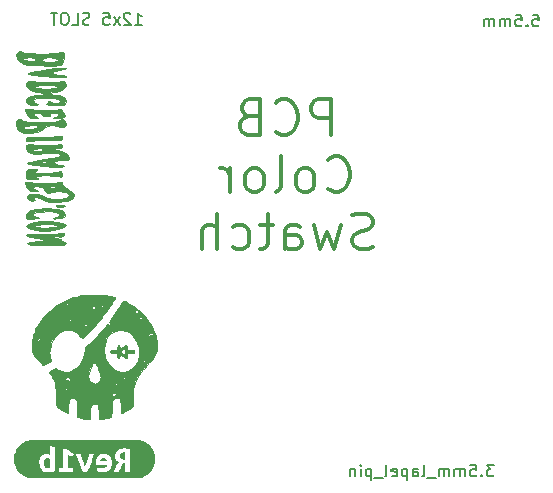
<source format=gbr>
%TF.GenerationSoftware,KiCad,Pcbnew,(6.0.7)*%
%TF.CreationDate,2022-09-05T20:15:19-05:00*%
%TF.ProjectId,SampleTags,53616d70-6c65-4546-9167-732e6b696361,rev?*%
%TF.SameCoordinates,Original*%
%TF.FileFunction,Legend,Bot*%
%TF.FilePolarity,Positive*%
%FSLAX46Y46*%
G04 Gerber Fmt 4.6, Leading zero omitted, Abs format (unit mm)*
G04 Created by KiCad (PCBNEW (6.0.7)) date 2022-09-05 20:15:19*
%MOMM*%
%LPD*%
G01*
G04 APERTURE LIST*
%ADD10C,0.300000*%
%ADD11C,0.150000*%
%ADD12C,0.010000*%
G04 APERTURE END LIST*
D10*
X170409714Y-110014342D02*
X170409714Y-107014342D01*
X169266857Y-107014342D01*
X168981142Y-107157200D01*
X168838285Y-107300057D01*
X168695428Y-107585771D01*
X168695428Y-108014342D01*
X168838285Y-108300057D01*
X168981142Y-108442914D01*
X169266857Y-108585771D01*
X170409714Y-108585771D01*
X165695428Y-109728628D02*
X165838285Y-109871485D01*
X166266857Y-110014342D01*
X166552571Y-110014342D01*
X166981142Y-109871485D01*
X167266857Y-109585771D01*
X167409714Y-109300057D01*
X167552571Y-108728628D01*
X167552571Y-108300057D01*
X167409714Y-107728628D01*
X167266857Y-107442914D01*
X166981142Y-107157200D01*
X166552571Y-107014342D01*
X166266857Y-107014342D01*
X165838285Y-107157200D01*
X165695428Y-107300057D01*
X163409714Y-108442914D02*
X162981142Y-108585771D01*
X162838285Y-108728628D01*
X162695428Y-109014342D01*
X162695428Y-109442914D01*
X162838285Y-109728628D01*
X162981142Y-109871485D01*
X163266857Y-110014342D01*
X164409714Y-110014342D01*
X164409714Y-107014342D01*
X163409714Y-107014342D01*
X163124000Y-107157200D01*
X162981142Y-107300057D01*
X162838285Y-107585771D01*
X162838285Y-107871485D01*
X162981142Y-108157200D01*
X163124000Y-108300057D01*
X163409714Y-108442914D01*
X164409714Y-108442914D01*
X170124000Y-114558628D02*
X170266857Y-114701485D01*
X170695428Y-114844342D01*
X170981142Y-114844342D01*
X171409714Y-114701485D01*
X171695428Y-114415771D01*
X171838285Y-114130057D01*
X171981142Y-113558628D01*
X171981142Y-113130057D01*
X171838285Y-112558628D01*
X171695428Y-112272914D01*
X171409714Y-111987200D01*
X170981142Y-111844342D01*
X170695428Y-111844342D01*
X170266857Y-111987200D01*
X170124000Y-112130057D01*
X168409714Y-114844342D02*
X168695428Y-114701485D01*
X168838285Y-114558628D01*
X168981142Y-114272914D01*
X168981142Y-113415771D01*
X168838285Y-113130057D01*
X168695428Y-112987200D01*
X168409714Y-112844342D01*
X167981142Y-112844342D01*
X167695428Y-112987200D01*
X167552571Y-113130057D01*
X167409714Y-113415771D01*
X167409714Y-114272914D01*
X167552571Y-114558628D01*
X167695428Y-114701485D01*
X167981142Y-114844342D01*
X168409714Y-114844342D01*
X165695428Y-114844342D02*
X165981142Y-114701485D01*
X166124000Y-114415771D01*
X166124000Y-111844342D01*
X164124000Y-114844342D02*
X164409714Y-114701485D01*
X164552571Y-114558628D01*
X164695428Y-114272914D01*
X164695428Y-113415771D01*
X164552571Y-113130057D01*
X164409714Y-112987200D01*
X164124000Y-112844342D01*
X163695428Y-112844342D01*
X163409714Y-112987200D01*
X163266857Y-113130057D01*
X163124000Y-113415771D01*
X163124000Y-114272914D01*
X163266857Y-114558628D01*
X163409714Y-114701485D01*
X163695428Y-114844342D01*
X164124000Y-114844342D01*
X161838285Y-114844342D02*
X161838285Y-112844342D01*
X161838285Y-113415771D02*
X161695428Y-113130057D01*
X161552571Y-112987200D01*
X161266857Y-112844342D01*
X160981142Y-112844342D01*
X173909714Y-119531485D02*
X173481142Y-119674342D01*
X172766857Y-119674342D01*
X172481142Y-119531485D01*
X172338285Y-119388628D01*
X172195428Y-119102914D01*
X172195428Y-118817200D01*
X172338285Y-118531485D01*
X172481142Y-118388628D01*
X172766857Y-118245771D01*
X173338285Y-118102914D01*
X173624000Y-117960057D01*
X173766857Y-117817200D01*
X173909714Y-117531485D01*
X173909714Y-117245771D01*
X173766857Y-116960057D01*
X173624000Y-116817200D01*
X173338285Y-116674342D01*
X172624000Y-116674342D01*
X172195428Y-116817200D01*
X171195428Y-117674342D02*
X170624000Y-119674342D01*
X170052571Y-118245771D01*
X169481142Y-119674342D01*
X168909714Y-117674342D01*
X166481142Y-119674342D02*
X166481142Y-118102914D01*
X166624000Y-117817200D01*
X166909714Y-117674342D01*
X167481142Y-117674342D01*
X167766857Y-117817200D01*
X166481142Y-119531485D02*
X166766857Y-119674342D01*
X167481142Y-119674342D01*
X167766857Y-119531485D01*
X167909714Y-119245771D01*
X167909714Y-118960057D01*
X167766857Y-118674342D01*
X167481142Y-118531485D01*
X166766857Y-118531485D01*
X166481142Y-118388628D01*
X165481142Y-117674342D02*
X164338285Y-117674342D01*
X165052571Y-116674342D02*
X165052571Y-119245771D01*
X164909714Y-119531485D01*
X164624000Y-119674342D01*
X164338285Y-119674342D01*
X162052571Y-119531485D02*
X162338285Y-119674342D01*
X162909714Y-119674342D01*
X163195428Y-119531485D01*
X163338285Y-119388628D01*
X163481142Y-119102914D01*
X163481142Y-118245771D01*
X163338285Y-117960057D01*
X163195428Y-117817200D01*
X162909714Y-117674342D01*
X162338285Y-117674342D01*
X162052571Y-117817200D01*
X160766857Y-119674342D02*
X160766857Y-116674342D01*
X159481142Y-119674342D02*
X159481142Y-118102914D01*
X159624000Y-117817200D01*
X159909714Y-117674342D01*
X160338285Y-117674342D01*
X160624000Y-117817200D01*
X160766857Y-117960057D01*
D11*
%TO.C,REF\u002A\u002A*%
X184171457Y-137933180D02*
X183552409Y-137933180D01*
X183885742Y-138314133D01*
X183742885Y-138314133D01*
X183647647Y-138361752D01*
X183600028Y-138409371D01*
X183552409Y-138504609D01*
X183552409Y-138742704D01*
X183600028Y-138837942D01*
X183647647Y-138885561D01*
X183742885Y-138933180D01*
X184028600Y-138933180D01*
X184123838Y-138885561D01*
X184171457Y-138837942D01*
X183123838Y-138837942D02*
X183076219Y-138885561D01*
X183123838Y-138933180D01*
X183171457Y-138885561D01*
X183123838Y-138837942D01*
X183123838Y-138933180D01*
X182171457Y-137933180D02*
X182647647Y-137933180D01*
X182695266Y-138409371D01*
X182647647Y-138361752D01*
X182552409Y-138314133D01*
X182314314Y-138314133D01*
X182219076Y-138361752D01*
X182171457Y-138409371D01*
X182123838Y-138504609D01*
X182123838Y-138742704D01*
X182171457Y-138837942D01*
X182219076Y-138885561D01*
X182314314Y-138933180D01*
X182552409Y-138933180D01*
X182647647Y-138885561D01*
X182695266Y-138837942D01*
X181695266Y-138933180D02*
X181695266Y-138266514D01*
X181695266Y-138361752D02*
X181647647Y-138314133D01*
X181552409Y-138266514D01*
X181409552Y-138266514D01*
X181314314Y-138314133D01*
X181266695Y-138409371D01*
X181266695Y-138933180D01*
X181266695Y-138409371D02*
X181219076Y-138314133D01*
X181123838Y-138266514D01*
X180980980Y-138266514D01*
X180885742Y-138314133D01*
X180838123Y-138409371D01*
X180838123Y-138933180D01*
X180361933Y-138933180D02*
X180361933Y-138266514D01*
X180361933Y-138361752D02*
X180314314Y-138314133D01*
X180219076Y-138266514D01*
X180076219Y-138266514D01*
X179980980Y-138314133D01*
X179933361Y-138409371D01*
X179933361Y-138933180D01*
X179933361Y-138409371D02*
X179885742Y-138314133D01*
X179790504Y-138266514D01*
X179647647Y-138266514D01*
X179552409Y-138314133D01*
X179504790Y-138409371D01*
X179504790Y-138933180D01*
X179266695Y-139028419D02*
X178504790Y-139028419D01*
X178123838Y-138933180D02*
X178219076Y-138885561D01*
X178266695Y-138790323D01*
X178266695Y-137933180D01*
X177314314Y-138933180D02*
X177314314Y-138409371D01*
X177361933Y-138314133D01*
X177457171Y-138266514D01*
X177647647Y-138266514D01*
X177742885Y-138314133D01*
X177314314Y-138885561D02*
X177409552Y-138933180D01*
X177647647Y-138933180D01*
X177742885Y-138885561D01*
X177790504Y-138790323D01*
X177790504Y-138695085D01*
X177742885Y-138599847D01*
X177647647Y-138552228D01*
X177409552Y-138552228D01*
X177314314Y-138504609D01*
X176838123Y-138266514D02*
X176838123Y-139266514D01*
X176838123Y-138314133D02*
X176742885Y-138266514D01*
X176552409Y-138266514D01*
X176457171Y-138314133D01*
X176409552Y-138361752D01*
X176361933Y-138456990D01*
X176361933Y-138742704D01*
X176409552Y-138837942D01*
X176457171Y-138885561D01*
X176552409Y-138933180D01*
X176742885Y-138933180D01*
X176838123Y-138885561D01*
X175552409Y-138885561D02*
X175647647Y-138933180D01*
X175838123Y-138933180D01*
X175933361Y-138885561D01*
X175980980Y-138790323D01*
X175980980Y-138409371D01*
X175933361Y-138314133D01*
X175838123Y-138266514D01*
X175647647Y-138266514D01*
X175552409Y-138314133D01*
X175504790Y-138409371D01*
X175504790Y-138504609D01*
X175980980Y-138599847D01*
X174933361Y-138933180D02*
X175028600Y-138885561D01*
X175076219Y-138790323D01*
X175076219Y-137933180D01*
X174790504Y-139028419D02*
X174028600Y-139028419D01*
X173790504Y-138266514D02*
X173790504Y-139266514D01*
X173790504Y-138314133D02*
X173695266Y-138266514D01*
X173504790Y-138266514D01*
X173409552Y-138314133D01*
X173361933Y-138361752D01*
X173314314Y-138456990D01*
X173314314Y-138742704D01*
X173361933Y-138837942D01*
X173409552Y-138885561D01*
X173504790Y-138933180D01*
X173695266Y-138933180D01*
X173790504Y-138885561D01*
X172885742Y-138933180D02*
X172885742Y-138266514D01*
X172885742Y-137933180D02*
X172933361Y-137980800D01*
X172885742Y-138028419D01*
X172838123Y-137980800D01*
X172885742Y-137933180D01*
X172885742Y-138028419D01*
X172409552Y-138266514D02*
X172409552Y-138933180D01*
X172409552Y-138361752D02*
X172361933Y-138314133D01*
X172266695Y-138266514D01*
X172123838Y-138266514D01*
X172028600Y-138314133D01*
X171980980Y-138409371D01*
X171980980Y-138933180D01*
X153783895Y-100680780D02*
X154355323Y-100680780D01*
X154069609Y-100680780D02*
X154069609Y-99680780D01*
X154164847Y-99823638D01*
X154260085Y-99918876D01*
X154355323Y-99966495D01*
X153402942Y-99776019D02*
X153355323Y-99728400D01*
X153260085Y-99680780D01*
X153021990Y-99680780D01*
X152926752Y-99728400D01*
X152879133Y-99776019D01*
X152831514Y-99871257D01*
X152831514Y-99966495D01*
X152879133Y-100109352D01*
X153450561Y-100680780D01*
X152831514Y-100680780D01*
X152498180Y-100680780D02*
X151974371Y-100014114D01*
X152498180Y-100014114D02*
X151974371Y-100680780D01*
X151117228Y-99680780D02*
X151593419Y-99680780D01*
X151641038Y-100156971D01*
X151593419Y-100109352D01*
X151498180Y-100061733D01*
X151260085Y-100061733D01*
X151164847Y-100109352D01*
X151117228Y-100156971D01*
X151069609Y-100252209D01*
X151069609Y-100490304D01*
X151117228Y-100585542D01*
X151164847Y-100633161D01*
X151260085Y-100680780D01*
X151498180Y-100680780D01*
X151593419Y-100633161D01*
X151641038Y-100585542D01*
X149926752Y-100633161D02*
X149783895Y-100680780D01*
X149545800Y-100680780D01*
X149450561Y-100633161D01*
X149402942Y-100585542D01*
X149355323Y-100490304D01*
X149355323Y-100395066D01*
X149402942Y-100299828D01*
X149450561Y-100252209D01*
X149545800Y-100204590D01*
X149736276Y-100156971D01*
X149831514Y-100109352D01*
X149879133Y-100061733D01*
X149926752Y-99966495D01*
X149926752Y-99871257D01*
X149879133Y-99776019D01*
X149831514Y-99728400D01*
X149736276Y-99680780D01*
X149498180Y-99680780D01*
X149355323Y-99728400D01*
X148450561Y-100680780D02*
X148926752Y-100680780D01*
X148926752Y-99680780D01*
X147926752Y-99680780D02*
X147736276Y-99680780D01*
X147641038Y-99728400D01*
X147545800Y-99823638D01*
X147498180Y-100014114D01*
X147498180Y-100347447D01*
X147545800Y-100537923D01*
X147641038Y-100633161D01*
X147736276Y-100680780D01*
X147926752Y-100680780D01*
X148021990Y-100633161D01*
X148117228Y-100537923D01*
X148164847Y-100347447D01*
X148164847Y-100014114D01*
X148117228Y-99823638D01*
X148021990Y-99728400D01*
X147926752Y-99680780D01*
X147212466Y-99680780D02*
X146641038Y-99680780D01*
X146926752Y-100680780D02*
X146926752Y-99680780D01*
X187458123Y-99833180D02*
X187934314Y-99833180D01*
X187981933Y-100309371D01*
X187934314Y-100261752D01*
X187839076Y-100214133D01*
X187600980Y-100214133D01*
X187505742Y-100261752D01*
X187458123Y-100309371D01*
X187410504Y-100404609D01*
X187410504Y-100642704D01*
X187458123Y-100737942D01*
X187505742Y-100785561D01*
X187600980Y-100833180D01*
X187839076Y-100833180D01*
X187934314Y-100785561D01*
X187981933Y-100737942D01*
X186981933Y-100737942D02*
X186934314Y-100785561D01*
X186981933Y-100833180D01*
X187029552Y-100785561D01*
X186981933Y-100737942D01*
X186981933Y-100833180D01*
X186029552Y-99833180D02*
X186505742Y-99833180D01*
X186553361Y-100309371D01*
X186505742Y-100261752D01*
X186410504Y-100214133D01*
X186172409Y-100214133D01*
X186077171Y-100261752D01*
X186029552Y-100309371D01*
X185981933Y-100404609D01*
X185981933Y-100642704D01*
X186029552Y-100737942D01*
X186077171Y-100785561D01*
X186172409Y-100833180D01*
X186410504Y-100833180D01*
X186505742Y-100785561D01*
X186553361Y-100737942D01*
X185553361Y-100833180D02*
X185553361Y-100166514D01*
X185553361Y-100261752D02*
X185505742Y-100214133D01*
X185410504Y-100166514D01*
X185267647Y-100166514D01*
X185172409Y-100214133D01*
X185124790Y-100309371D01*
X185124790Y-100833180D01*
X185124790Y-100309371D02*
X185077171Y-100214133D01*
X184981933Y-100166514D01*
X184839076Y-100166514D01*
X184743838Y-100214133D01*
X184696219Y-100309371D01*
X184696219Y-100833180D01*
X184220028Y-100833180D02*
X184220028Y-100166514D01*
X184220028Y-100261752D02*
X184172409Y-100214133D01*
X184077171Y-100166514D01*
X183934314Y-100166514D01*
X183839076Y-100214133D01*
X183791457Y-100309371D01*
X183791457Y-100833180D01*
X183791457Y-100309371D02*
X183743838Y-100214133D01*
X183648600Y-100166514D01*
X183505742Y-100166514D01*
X183410504Y-100214133D01*
X183362885Y-100309371D01*
X183362885Y-100833180D01*
%TO.C,kibuzzard-63169E39*%
G36*
X145021824Y-139088760D02*
G01*
X144863418Y-139065263D01*
X144708078Y-139026352D01*
X144557300Y-138972403D01*
X144412536Y-138903935D01*
X144275180Y-138821607D01*
X144146556Y-138726212D01*
X144027900Y-138618669D01*
X143920358Y-138500014D01*
X143824963Y-138371389D01*
X143742635Y-138234034D01*
X143674167Y-138089270D01*
X143620218Y-137938492D01*
X143586263Y-137802938D01*
X145694400Y-137802938D01*
X145706306Y-137972403D01*
X145742025Y-138125200D01*
X145800763Y-138258947D01*
X145881725Y-138371263D01*
X145984119Y-138461353D01*
X146107150Y-138528425D01*
X146250025Y-138570097D01*
X146411950Y-138583988D01*
X146565938Y-138578431D01*
X146723100Y-138561763D01*
X146796125Y-138549063D01*
X147316825Y-138549063D01*
X148510625Y-138549063D01*
X148510625Y-138225213D01*
X148097875Y-138225213D01*
X148097875Y-137126662D01*
X148301075Y-137239375D01*
X148494750Y-137317162D01*
X148596848Y-137056812D01*
X148818600Y-137056812D01*
X148887061Y-137277773D01*
X148959094Y-137489803D01*
X149034698Y-137692904D01*
X149113875Y-137887075D01*
X149219708Y-138129257D01*
X149321308Y-138349919D01*
X149418675Y-138549063D01*
X149745700Y-138549063D01*
X149841479Y-138349919D01*
X149938317Y-138129257D01*
X150036213Y-137887075D01*
X150074967Y-137783888D01*
X150472775Y-137783888D01*
X150474363Y-137863263D01*
X150479125Y-137929938D01*
X151447500Y-137929938D01*
X151417338Y-138060509D01*
X151326850Y-138160125D01*
X151188738Y-138223228D01*
X151015700Y-138244263D01*
X150791863Y-138218863D01*
X150612475Y-138168063D01*
X150558500Y-138501438D01*
X150774400Y-138560175D01*
X151031575Y-138583988D01*
X151212153Y-138571684D01*
X151310665Y-138549063D01*
X151984075Y-138549063D01*
X152393650Y-138549063D01*
X152472628Y-138362134D01*
X152563513Y-138182350D01*
X152663922Y-138004947D01*
X152771475Y-137825163D01*
X152974675Y-137825163D01*
X152974675Y-138549063D01*
X153365200Y-138549063D01*
X153365200Y-136612312D01*
X153239788Y-136588500D01*
X153101675Y-136572625D01*
X152968325Y-136564687D01*
X152857200Y-136561512D01*
X152696863Y-136571037D01*
X152552400Y-136599612D01*
X152425400Y-136648031D01*
X152317450Y-136717087D01*
X152166638Y-136918700D01*
X152127347Y-137051653D01*
X152114250Y-137206037D01*
X152131713Y-137369550D01*
X152184100Y-137517188D01*
X152276969Y-137640219D01*
X152415875Y-137729913D01*
X152301575Y-137912475D01*
X152184100Y-138122025D01*
X152074563Y-138341100D01*
X151984075Y-138549063D01*
X151310665Y-138549063D01*
X151372888Y-138534775D01*
X151512588Y-138473656D01*
X151630063Y-138388725D01*
X151724122Y-138280378D01*
X151793575Y-138149013D01*
X151836438Y-137994231D01*
X151850725Y-137815638D01*
X151835644Y-137630694D01*
X151790400Y-137469563D01*
X151720550Y-137332641D01*
X151631650Y-137220325D01*
X151526081Y-137132616D01*
X151406225Y-137069512D01*
X151277638Y-137031412D01*
X151145875Y-137018712D01*
X150943381Y-137040408D01*
X150776164Y-137105496D01*
X150644225Y-137213975D01*
X150548975Y-137364082D01*
X150491825Y-137554053D01*
X150472775Y-137783888D01*
X150074967Y-137783888D01*
X150109138Y-137692904D01*
X150180278Y-137489803D01*
X150249632Y-137277773D01*
X150317200Y-137056812D01*
X149907625Y-137056812D01*
X149876272Y-137181431D01*
X149839363Y-137313987D01*
X149798484Y-137450909D01*
X149755225Y-137588625D01*
X149710378Y-137724753D01*
X149664738Y-137856913D01*
X149577425Y-138095038D01*
X149485350Y-137856913D01*
X149434947Y-137724753D01*
X149385338Y-137588625D01*
X149336919Y-137450909D01*
X149290088Y-137313987D01*
X149248416Y-137181431D01*
X149215475Y-137056812D01*
X148818600Y-137056812D01*
X148596848Y-137056812D01*
X148621750Y-136993312D01*
X148456650Y-136920287D01*
X148278850Y-136821862D01*
X148110575Y-136707562D01*
X147974050Y-136583737D01*
X147707350Y-136583737D01*
X147707350Y-138225213D01*
X147316825Y-138225213D01*
X147316825Y-138549063D01*
X146796125Y-138549063D01*
X146869150Y-138536363D01*
X146989800Y-138504613D01*
X146989800Y-136412287D01*
X146599275Y-136345612D01*
X146599275Y-137091737D01*
X146440525Y-137039350D01*
X146288125Y-137025062D01*
X146150806Y-137038953D01*
X146030950Y-137080625D01*
X145845213Y-137239375D01*
X145779728Y-137352484D01*
X145732500Y-137485438D01*
X145703925Y-137636250D01*
X145694400Y-137802938D01*
X143586263Y-137802938D01*
X143581307Y-137783152D01*
X143557810Y-137624746D01*
X143549952Y-137464800D01*
X143557810Y-137304854D01*
X143581307Y-137146448D01*
X143620218Y-136991108D01*
X143674167Y-136840330D01*
X143742635Y-136695566D01*
X143824963Y-136558211D01*
X143920358Y-136429586D01*
X144027900Y-136310931D01*
X144146556Y-136203388D01*
X144275180Y-136107993D01*
X144412536Y-136025665D01*
X144557300Y-135957197D01*
X144708078Y-135903248D01*
X144863418Y-135864337D01*
X145021824Y-135840840D01*
X145181770Y-135832982D01*
X153877830Y-135832982D01*
X154037776Y-135840840D01*
X154196182Y-135864337D01*
X154351522Y-135903248D01*
X154502300Y-135957197D01*
X154647064Y-136025665D01*
X154784420Y-136107993D01*
X154913044Y-136203388D01*
X155031700Y-136310931D01*
X155139242Y-136429586D01*
X155234637Y-136558211D01*
X155316965Y-136695566D01*
X155385433Y-136840330D01*
X155439382Y-136991108D01*
X155478293Y-137146448D01*
X155501790Y-137304854D01*
X155509648Y-137464800D01*
X155501790Y-137624746D01*
X155478293Y-137783152D01*
X155439382Y-137938492D01*
X155385433Y-138089270D01*
X155316965Y-138234034D01*
X155234637Y-138371389D01*
X155139242Y-138500014D01*
X155031700Y-138618669D01*
X154913044Y-138726212D01*
X154784420Y-138821607D01*
X154647064Y-138903935D01*
X154502300Y-138972403D01*
X154351522Y-139026352D01*
X154196182Y-139065263D01*
X154037776Y-139088760D01*
X153877830Y-139096618D01*
X145181770Y-139096618D01*
X145021824Y-139088760D01*
G37*
G36*
X146492913Y-137379075D02*
G01*
X146599275Y-137421937D01*
X146599275Y-138231563D01*
X146505613Y-138244263D01*
X146421475Y-138247438D01*
X146284950Y-138221641D01*
X146180175Y-138144250D01*
X146113500Y-138004947D01*
X146091275Y-137793413D01*
X146108341Y-137608469D01*
X146159538Y-137472738D01*
X146245659Y-137389394D01*
X146367500Y-137361612D01*
X146492913Y-137379075D01*
G37*
G36*
X152911175Y-136902825D02*
G01*
X152974675Y-136910762D01*
X152974675Y-137501313D01*
X152888950Y-137501313D01*
X152716706Y-137481866D01*
X152600025Y-137423525D01*
X152511125Y-137202862D01*
X152534938Y-137067925D01*
X152606375Y-136974262D01*
X152716706Y-136919494D01*
X152857200Y-136901237D01*
X152911175Y-136902825D01*
G37*
G36*
X151271288Y-137371137D02*
G01*
X151363363Y-137440987D01*
X151420513Y-137542588D01*
X151447500Y-137660063D01*
X150850600Y-137660063D01*
X150866475Y-137544175D01*
X150917275Y-137444162D01*
X151006175Y-137372725D01*
X151139525Y-137345737D01*
X151271288Y-137371137D01*
G37*
%TO.C,G\u002A\u002A\u002A*%
G36*
X147597234Y-110097574D02*
G01*
X147638911Y-110249809D01*
X147636402Y-110311044D01*
X147552175Y-110424221D01*
X147228331Y-110460970D01*
X146504712Y-110449486D01*
X146343272Y-110446131D01*
X145507983Y-110459146D01*
X144952490Y-110516639D01*
X144746343Y-110556741D01*
X144574998Y-110531573D01*
X144534466Y-110373922D01*
X144537213Y-110301254D01*
X144620712Y-110188556D01*
X144941809Y-110156220D01*
X145660655Y-110176114D01*
X146576849Y-110181408D01*
X147212877Y-110119155D01*
X147417638Y-110078203D01*
X147597234Y-110097574D01*
G37*
D12*
X147597234Y-110097574D02*
X147638911Y-110249809D01*
X147636402Y-110311044D01*
X147552175Y-110424221D01*
X147228331Y-110460970D01*
X146504712Y-110449486D01*
X146343272Y-110446131D01*
X145507983Y-110459146D01*
X144952490Y-110516639D01*
X144746343Y-110556741D01*
X144574998Y-110531573D01*
X144534466Y-110373922D01*
X144537213Y-110301254D01*
X144620712Y-110188556D01*
X144941809Y-110156220D01*
X145660655Y-110176114D01*
X146576849Y-110181408D01*
X147212877Y-110119155D01*
X147417638Y-110078203D01*
X147597234Y-110097574D01*
G36*
X145804466Y-103133525D02*
G01*
X146443273Y-103126449D01*
X146507424Y-103123639D01*
X147101515Y-103097618D01*
X147356688Y-103054150D01*
X147364249Y-103035327D01*
X147621103Y-102974775D01*
X147632261Y-102975284D01*
X147737490Y-103056753D01*
X147785237Y-103243837D01*
X147780615Y-103488288D01*
X147728735Y-103741858D01*
X147634709Y-103956299D01*
X147503648Y-104083363D01*
X147382313Y-104115827D01*
X146848255Y-104159901D01*
X146224483Y-104153071D01*
X145820841Y-104093476D01*
X145652448Y-104060538D01*
X145149470Y-104059307D01*
X144816367Y-104060715D01*
X144284705Y-103977963D01*
X144194418Y-103939055D01*
X143966204Y-103755180D01*
X143840624Y-103560368D01*
X144252244Y-103560368D01*
X144260258Y-103586329D01*
X144484237Y-103712621D01*
X144864331Y-103798899D01*
X145195433Y-103794294D01*
X145202177Y-103792372D01*
X145405644Y-103651266D01*
X145388736Y-103636233D01*
X145945577Y-103636233D01*
X146003499Y-103796002D01*
X146281705Y-103884864D01*
X146829351Y-103842314D01*
X147136649Y-103784366D01*
X147334408Y-103706201D01*
X147277300Y-103630873D01*
X146952202Y-103492542D01*
X146507424Y-103441559D01*
X146114654Y-103486573D01*
X145945577Y-103636233D01*
X145388736Y-103636233D01*
X145250375Y-103513218D01*
X144816688Y-103451025D01*
X144487455Y-103471691D01*
X144252244Y-103560368D01*
X143840624Y-103560368D01*
X143807930Y-103509650D01*
X143737773Y-103256278D01*
X143773911Y-103048876D01*
X143934522Y-102941258D01*
X144105018Y-102929298D01*
X144252244Y-103009778D01*
X144252815Y-103016565D01*
X144397924Y-103087573D01*
X144816688Y-103118995D01*
X144877319Y-103123544D01*
X145804466Y-103133525D01*
G37*
X145804466Y-103133525D02*
X146443273Y-103126449D01*
X146507424Y-103123639D01*
X147101515Y-103097618D01*
X147356688Y-103054150D01*
X147364249Y-103035327D01*
X147621103Y-102974775D01*
X147632261Y-102975284D01*
X147737490Y-103056753D01*
X147785237Y-103243837D01*
X147780615Y-103488288D01*
X147728735Y-103741858D01*
X147634709Y-103956299D01*
X147503648Y-104083363D01*
X147382313Y-104115827D01*
X146848255Y-104159901D01*
X146224483Y-104153071D01*
X145820841Y-104093476D01*
X145652448Y-104060538D01*
X145149470Y-104059307D01*
X144816367Y-104060715D01*
X144284705Y-103977963D01*
X144194418Y-103939055D01*
X143966204Y-103755180D01*
X143840624Y-103560368D01*
X144252244Y-103560368D01*
X144260258Y-103586329D01*
X144484237Y-103712621D01*
X144864331Y-103798899D01*
X145195433Y-103794294D01*
X145202177Y-103792372D01*
X145405644Y-103651266D01*
X145388736Y-103636233D01*
X145945577Y-103636233D01*
X146003499Y-103796002D01*
X146281705Y-103884864D01*
X146829351Y-103842314D01*
X147136649Y-103784366D01*
X147334408Y-103706201D01*
X147277300Y-103630873D01*
X146952202Y-103492542D01*
X146507424Y-103441559D01*
X146114654Y-103486573D01*
X145945577Y-103636233D01*
X145388736Y-103636233D01*
X145250375Y-103513218D01*
X144816688Y-103451025D01*
X144487455Y-103471691D01*
X144252244Y-103560368D01*
X143840624Y-103560368D01*
X143807930Y-103509650D01*
X143737773Y-103256278D01*
X143773911Y-103048876D01*
X143934522Y-102941258D01*
X144105018Y-102929298D01*
X144252244Y-103009778D01*
X144252815Y-103016565D01*
X144397924Y-103087573D01*
X144816688Y-103118995D01*
X144877319Y-103123544D01*
X145804466Y-103133525D01*
G36*
X147733627Y-115926189D02*
G01*
X147856457Y-116007157D01*
X147577479Y-116111639D01*
X147238978Y-116125500D01*
X147074466Y-116038577D01*
X147132544Y-115976809D01*
X147521318Y-115912900D01*
X147733627Y-115926189D01*
G37*
X147733627Y-115926189D02*
X147856457Y-116007157D01*
X147577479Y-116111639D01*
X147238978Y-116125500D01*
X147074466Y-116038577D01*
X147132544Y-115976809D01*
X147521318Y-115912900D01*
X147733627Y-115926189D01*
G36*
X147508499Y-107845514D02*
G01*
X147638911Y-108015087D01*
X147685770Y-108087402D01*
X147811374Y-108267422D01*
X147881084Y-108345939D01*
X147898794Y-108353575D01*
X147828250Y-108450580D01*
X147506680Y-108559026D01*
X147128938Y-108610400D01*
X146846385Y-108592497D01*
X147018022Y-108515150D01*
X147112248Y-108484941D01*
X147338145Y-108331586D01*
X147261133Y-108193891D01*
X146900439Y-108134150D01*
X146610612Y-108162834D01*
X146591795Y-108292900D01*
X146619811Y-108393307D01*
X146342489Y-108451650D01*
X146110903Y-108421624D01*
X145945577Y-108292900D01*
X145867005Y-108200324D01*
X145522244Y-108134150D01*
X145412147Y-108138360D01*
X145141415Y-108223542D01*
X145150889Y-108372127D01*
X145451688Y-108522854D01*
X145507855Y-108539667D01*
X145615848Y-108602180D01*
X145240022Y-108597546D01*
X144914355Y-108558190D01*
X144696247Y-108439766D01*
X144591196Y-108204245D01*
X144506815Y-107839206D01*
X145931752Y-107877714D01*
X146688415Y-107890859D01*
X147221283Y-107871281D01*
X147396737Y-107806905D01*
X147415933Y-107789063D01*
X147508499Y-107845514D01*
G37*
X147508499Y-107845514D02*
X147638911Y-108015087D01*
X147685770Y-108087402D01*
X147811374Y-108267422D01*
X147881084Y-108345939D01*
X147898794Y-108353575D01*
X147828250Y-108450580D01*
X147506680Y-108559026D01*
X147128938Y-108610400D01*
X146846385Y-108592497D01*
X147018022Y-108515150D01*
X147112248Y-108484941D01*
X147338145Y-108331586D01*
X147261133Y-108193891D01*
X146900439Y-108134150D01*
X146610612Y-108162834D01*
X146591795Y-108292900D01*
X146619811Y-108393307D01*
X146342489Y-108451650D01*
X146110903Y-108421624D01*
X145945577Y-108292900D01*
X145867005Y-108200324D01*
X145522244Y-108134150D01*
X145412147Y-108138360D01*
X145141415Y-108223542D01*
X145150889Y-108372127D01*
X145451688Y-108522854D01*
X145507855Y-108539667D01*
X145615848Y-108602180D01*
X145240022Y-108597546D01*
X144914355Y-108558190D01*
X144696247Y-108439766D01*
X144591196Y-108204245D01*
X144506815Y-107839206D01*
X145931752Y-107877714D01*
X146688415Y-107890859D01*
X147221283Y-107871281D01*
X147396737Y-107806905D01*
X147415933Y-107789063D01*
X147508499Y-107845514D01*
G36*
X147357099Y-105514713D02*
G01*
X147510376Y-105492844D01*
X147785048Y-105480332D01*
X147898730Y-105562823D01*
X147921133Y-105772133D01*
X147907127Y-105881631D01*
X147646194Y-106197645D01*
X147081346Y-106397531D01*
X146246353Y-106467275D01*
X146221927Y-106467246D01*
X145431342Y-106416684D01*
X144922462Y-106255336D01*
X144643091Y-105977873D01*
X145157220Y-105977873D01*
X145163212Y-105985612D01*
X145472469Y-106080674D01*
X146227800Y-106110087D01*
X146350234Y-106109196D01*
X147007687Y-106064603D01*
X147331994Y-105977992D01*
X147261747Y-105884524D01*
X146735536Y-105819363D01*
X145888440Y-105803793D01*
X145303595Y-105858047D01*
X145157220Y-105977873D01*
X144643091Y-105977873D01*
X144626995Y-105961887D01*
X144573018Y-105839018D01*
X144596561Y-105610873D01*
X144804683Y-105485086D01*
X145167473Y-105487890D01*
X145496654Y-105532645D01*
X145888440Y-105549646D01*
X146461177Y-105574499D01*
X147357099Y-105514713D01*
G37*
X147357099Y-105514713D02*
X147510376Y-105492844D01*
X147785048Y-105480332D01*
X147898730Y-105562823D01*
X147921133Y-105772133D01*
X147907127Y-105881631D01*
X147646194Y-106197645D01*
X147081346Y-106397531D01*
X146246353Y-106467275D01*
X146221927Y-106467246D01*
X145431342Y-106416684D01*
X144922462Y-106255336D01*
X144643091Y-105977873D01*
X145157220Y-105977873D01*
X145163212Y-105985612D01*
X145472469Y-106080674D01*
X146227800Y-106110087D01*
X146350234Y-106109196D01*
X147007687Y-106064603D01*
X147331994Y-105977992D01*
X147261747Y-105884524D01*
X146735536Y-105819363D01*
X145888440Y-105803793D01*
X145303595Y-105858047D01*
X145157220Y-105977873D01*
X144643091Y-105977873D01*
X144626995Y-105961887D01*
X144573018Y-105839018D01*
X144596561Y-105610873D01*
X144804683Y-105485086D01*
X145167473Y-105487890D01*
X145496654Y-105532645D01*
X145888440Y-105549646D01*
X146461177Y-105574499D01*
X147357099Y-105514713D01*
G36*
X147106506Y-116262082D02*
G01*
X147623560Y-116369306D01*
X147637277Y-116376103D01*
X147814946Y-116555291D01*
X147849250Y-116785364D01*
X147830530Y-116842867D01*
X147639228Y-117021343D01*
X147215577Y-117092246D01*
X146891203Y-117105931D01*
X146820725Y-117077430D01*
X147151826Y-116965479D01*
X147364035Y-116880295D01*
X147459225Y-116703036D01*
X147139753Y-116561121D01*
X146507252Y-116485772D01*
X145663355Y-116508212D01*
X145385889Y-116558118D01*
X145123907Y-116703603D01*
X145134933Y-116865389D01*
X145451688Y-116971805D01*
X145641149Y-117015887D01*
X145394608Y-117092244D01*
X145153003Y-117127720D01*
X144759608Y-117133290D01*
X144676986Y-117109540D01*
X144540581Y-116960814D01*
X144562733Y-116746538D01*
X144723150Y-116530267D01*
X145001540Y-116375556D01*
X145528426Y-116277265D01*
X146330200Y-116231588D01*
X147106506Y-116262082D01*
G37*
X147106506Y-116262082D02*
X147623560Y-116369306D01*
X147637277Y-116376103D01*
X147814946Y-116555291D01*
X147849250Y-116785364D01*
X147830530Y-116842867D01*
X147639228Y-117021343D01*
X147215577Y-117092246D01*
X146891203Y-117105931D01*
X146820725Y-117077430D01*
X147151826Y-116965479D01*
X147364035Y-116880295D01*
X147459225Y-116703036D01*
X147139753Y-116561121D01*
X146507252Y-116485772D01*
X145663355Y-116508212D01*
X145385889Y-116558118D01*
X145123907Y-116703603D01*
X145134933Y-116865389D01*
X145451688Y-116971805D01*
X145641149Y-117015887D01*
X145394608Y-117092244D01*
X145153003Y-117127720D01*
X144759608Y-117133290D01*
X144676986Y-117109540D01*
X144540581Y-116960814D01*
X144562733Y-116746538D01*
X144723150Y-116530267D01*
X145001540Y-116375556D01*
X145528426Y-116277265D01*
X146330200Y-116231588D01*
X147106506Y-116262082D01*
G36*
X145271942Y-112897973D02*
G01*
X145534051Y-112935021D01*
X145381133Y-113055400D01*
X145331554Y-113082153D01*
X145245502Y-113170212D01*
X145496190Y-113206847D01*
X146197176Y-113214150D01*
X146534413Y-113211645D01*
X147177086Y-113172605D01*
X147444368Y-113075243D01*
X147489807Y-113049348D01*
X147554133Y-113113276D01*
X147583892Y-113293525D01*
X147579171Y-113407101D01*
X147532839Y-113542110D01*
X147452000Y-113551493D01*
X147406564Y-113532792D01*
X146937115Y-113474842D01*
X146147837Y-113452275D01*
X145553244Y-113457923D01*
X145226630Y-113486570D01*
X145324688Y-113547525D01*
X145573391Y-113633346D01*
X145590255Y-113734237D01*
X145098911Y-113769775D01*
X144900888Y-113765118D01*
X144664892Y-113716929D01*
X144558966Y-113585501D01*
X144534466Y-113333212D01*
X144540959Y-113173759D01*
X144604569Y-112994618D01*
X144777291Y-112914844D01*
X145108840Y-112896650D01*
X145271942Y-112897973D01*
G37*
X145271942Y-112897973D02*
X145534051Y-112935021D01*
X145381133Y-113055400D01*
X145331554Y-113082153D01*
X145245502Y-113170212D01*
X145496190Y-113206847D01*
X146197176Y-113214150D01*
X146534413Y-113211645D01*
X147177086Y-113172605D01*
X147444368Y-113075243D01*
X147489807Y-113049348D01*
X147554133Y-113113276D01*
X147583892Y-113293525D01*
X147579171Y-113407101D01*
X147532839Y-113542110D01*
X147452000Y-113551493D01*
X147406564Y-113532792D01*
X146937115Y-113474842D01*
X146147837Y-113452275D01*
X145553244Y-113457923D01*
X145226630Y-113486570D01*
X145324688Y-113547525D01*
X145573391Y-113633346D01*
X145590255Y-113734237D01*
X145098911Y-113769775D01*
X144900888Y-113765118D01*
X144664892Y-113716929D01*
X144558966Y-113585501D01*
X144534466Y-113333212D01*
X144540959Y-113173759D01*
X144604569Y-112994618D01*
X144777291Y-112914844D01*
X145108840Y-112896650D01*
X145271942Y-112897973D01*
G36*
X147103083Y-104363323D02*
G01*
X147673377Y-104324150D01*
X147762145Y-104326402D01*
X147934489Y-104382301D01*
X147771998Y-104471830D01*
X147356688Y-104539276D01*
X147029554Y-104590194D01*
X146792244Y-104724933D01*
X146898164Y-104818196D01*
X147356688Y-104919462D01*
X147688495Y-104962416D01*
X147921133Y-105039189D01*
X147908421Y-105075259D01*
X147642895Y-105146206D01*
X147001909Y-105125617D01*
X145944004Y-105012942D01*
X145173283Y-104913353D01*
X144763400Y-104839328D01*
X144717530Y-104774987D01*
X144757218Y-104761347D01*
X145779357Y-104761347D01*
X146070032Y-104800400D01*
X146212523Y-104798847D01*
X146497548Y-104761352D01*
X146247301Y-104684727D01*
X146145539Y-104673941D01*
X145807311Y-104719730D01*
X145779357Y-104761347D01*
X144757218Y-104761347D01*
X144953547Y-104693872D01*
X144954197Y-104693690D01*
X145506950Y-104580248D01*
X146145539Y-104483199D01*
X146302093Y-104459408D01*
X147103083Y-104363323D01*
G37*
X147103083Y-104363323D02*
X147673377Y-104324150D01*
X147762145Y-104326402D01*
X147934489Y-104382301D01*
X147771998Y-104471830D01*
X147356688Y-104539276D01*
X147029554Y-104590194D01*
X146792244Y-104724933D01*
X146898164Y-104818196D01*
X147356688Y-104919462D01*
X147688495Y-104962416D01*
X147921133Y-105039189D01*
X147908421Y-105075259D01*
X147642895Y-105146206D01*
X147001909Y-105125617D01*
X145944004Y-105012942D01*
X145173283Y-104913353D01*
X144763400Y-104839328D01*
X144717530Y-104774987D01*
X144757218Y-104761347D01*
X145779357Y-104761347D01*
X146070032Y-104800400D01*
X146212523Y-104798847D01*
X146497548Y-104761352D01*
X146247301Y-104684727D01*
X146145539Y-104673941D01*
X145807311Y-104719730D01*
X145779357Y-104761347D01*
X144757218Y-104761347D01*
X144953547Y-104693872D01*
X144954197Y-104693690D01*
X145506950Y-104580248D01*
X146145539Y-104483199D01*
X146302093Y-104459408D01*
X147103083Y-104363323D01*
G36*
X147798491Y-118334543D02*
G01*
X147820683Y-118472743D01*
X147702175Y-118580750D01*
X147469676Y-118630544D01*
X147265217Y-118613264D01*
X146700420Y-118563765D01*
X146324635Y-118539129D01*
X146038934Y-118556255D01*
X146183156Y-118619903D01*
X146746479Y-118698431D01*
X147080930Y-118733831D01*
X147556888Y-118815904D01*
X147482184Y-118896863D01*
X146862800Y-118991796D01*
X146086688Y-119085089D01*
X147003911Y-119048791D01*
X147510606Y-119035753D01*
X147846023Y-119070573D01*
X147921190Y-119189103D01*
X147899792Y-119264693D01*
X147726924Y-119331212D01*
X147263581Y-119359687D01*
X146373043Y-119365712D01*
X145642752Y-119354689D01*
X144878766Y-119298109D01*
X144611112Y-119204837D01*
X144862480Y-119087715D01*
X145655563Y-118959589D01*
X146353327Y-118875358D01*
X145517903Y-118762743D01*
X145491947Y-118759188D01*
X144892516Y-118642834D01*
X144594145Y-118521122D01*
X144591126Y-118516532D01*
X144634756Y-118441158D01*
X144980192Y-118416108D01*
X145753360Y-118431665D01*
X145969135Y-118437473D01*
X146785805Y-118433686D01*
X147195455Y-118382682D01*
X147278419Y-118352269D01*
X147653796Y-118294150D01*
X147798491Y-118334543D01*
G37*
X147798491Y-118334543D02*
X147820683Y-118472743D01*
X147702175Y-118580750D01*
X147469676Y-118630544D01*
X147265217Y-118613264D01*
X146700420Y-118563765D01*
X146324635Y-118539129D01*
X146038934Y-118556255D01*
X146183156Y-118619903D01*
X146746479Y-118698431D01*
X147080930Y-118733831D01*
X147556888Y-118815904D01*
X147482184Y-118896863D01*
X146862800Y-118991796D01*
X146086688Y-119085089D01*
X147003911Y-119048791D01*
X147510606Y-119035753D01*
X147846023Y-119070573D01*
X147921190Y-119189103D01*
X147899792Y-119264693D01*
X147726924Y-119331212D01*
X147263581Y-119359687D01*
X146373043Y-119365712D01*
X145642752Y-119354689D01*
X144878766Y-119298109D01*
X144611112Y-119204837D01*
X144862480Y-119087715D01*
X145655563Y-118959589D01*
X146353327Y-118875358D01*
X145517903Y-118762743D01*
X145491947Y-118759188D01*
X144892516Y-118642834D01*
X144594145Y-118521122D01*
X144591126Y-118516532D01*
X144634756Y-118441158D01*
X144980192Y-118416108D01*
X145753360Y-118431665D01*
X145969135Y-118437473D01*
X146785805Y-118433686D01*
X147195455Y-118382682D01*
X147278419Y-118352269D01*
X147653796Y-118294150D01*
X147798491Y-118334543D01*
G36*
X146145011Y-108924680D02*
G01*
X146919183Y-108888919D01*
X147254629Y-108808837D01*
X147360584Y-108752942D01*
X147669105Y-108689775D01*
X147780274Y-108724688D01*
X147885175Y-108866198D01*
X147919421Y-109059015D01*
X147875631Y-109240359D01*
X147746424Y-109347453D01*
X147561967Y-109353843D01*
X147159227Y-109280578D01*
X146725582Y-109201724D01*
X146372618Y-109256451D01*
X146095264Y-109462487D01*
X145938689Y-109596624D01*
X145478993Y-109798521D01*
X144926392Y-109886226D01*
X144386026Y-109849174D01*
X143963036Y-109676795D01*
X143915233Y-109636874D01*
X143768205Y-109426255D01*
X143760953Y-109399589D01*
X144317361Y-109399589D01*
X144552645Y-109514433D01*
X145027502Y-109548111D01*
X145030662Y-109547939D01*
X145401309Y-109474541D01*
X145608051Y-109344766D01*
X145600984Y-109221402D01*
X145330206Y-109167240D01*
X145134717Y-109174426D01*
X144563897Y-109238604D01*
X144425521Y-109272925D01*
X144317361Y-109399589D01*
X143760953Y-109399589D01*
X143700516Y-109177360D01*
X143711820Y-108939063D01*
X143801770Y-108760243D01*
X143970022Y-108689775D01*
X144099852Y-108703207D01*
X144252244Y-108808837D01*
X144345159Y-108871644D01*
X144781714Y-108915302D01*
X145330206Y-108923062D01*
X145672213Y-108927900D01*
X146145011Y-108924680D01*
G37*
X146145011Y-108924680D02*
X146919183Y-108888919D01*
X147254629Y-108808837D01*
X147360584Y-108752942D01*
X147669105Y-108689775D01*
X147780274Y-108724688D01*
X147885175Y-108866198D01*
X147919421Y-109059015D01*
X147875631Y-109240359D01*
X147746424Y-109347453D01*
X147561967Y-109353843D01*
X147159227Y-109280578D01*
X146725582Y-109201724D01*
X146372618Y-109256451D01*
X146095264Y-109462487D01*
X145938689Y-109596624D01*
X145478993Y-109798521D01*
X144926392Y-109886226D01*
X144386026Y-109849174D01*
X143963036Y-109676795D01*
X143915233Y-109636874D01*
X143768205Y-109426255D01*
X143760953Y-109399589D01*
X144317361Y-109399589D01*
X144552645Y-109514433D01*
X145027502Y-109548111D01*
X145030662Y-109547939D01*
X145401309Y-109474541D01*
X145608051Y-109344766D01*
X145600984Y-109221402D01*
X145330206Y-109167240D01*
X145134717Y-109174426D01*
X144563897Y-109238604D01*
X144425521Y-109272925D01*
X144317361Y-109399589D01*
X143760953Y-109399589D01*
X143700516Y-109177360D01*
X143711820Y-108939063D01*
X143801770Y-108760243D01*
X143970022Y-108689775D01*
X144099852Y-108703207D01*
X144252244Y-108808837D01*
X144345159Y-108871644D01*
X144781714Y-108915302D01*
X145330206Y-108923062D01*
X145672213Y-108927900D01*
X146145011Y-108924680D01*
G36*
X146679820Y-111991107D02*
G01*
X147257274Y-111870362D01*
X147469577Y-111789649D01*
X147430824Y-111697539D01*
X147278940Y-111578192D01*
X146922198Y-111517366D01*
X146539688Y-111509170D01*
X145917232Y-111568405D01*
X145771004Y-111592131D01*
X145331392Y-111616674D01*
X144940611Y-111512260D01*
X144667866Y-111337788D01*
X144633791Y-111275282D01*
X145098911Y-111275282D01*
X145166623Y-111340308D01*
X145569413Y-111374501D01*
X145747867Y-111360510D01*
X146111295Y-111280731D01*
X146100647Y-111192220D01*
X145686874Y-111150400D01*
X145336311Y-111172235D01*
X145098911Y-111275282D01*
X144633791Y-111275282D01*
X144546680Y-111115489D01*
X144592539Y-110912212D01*
X144816688Y-110793212D01*
X144926011Y-110780809D01*
X145098911Y-110828215D01*
X145283802Y-110879583D01*
X145686874Y-110900888D01*
X145826235Y-110908253D01*
X146513425Y-110905788D01*
X147127853Y-110873589D01*
X147452000Y-110813056D01*
X147551519Y-110792272D01*
X147616630Y-110892431D01*
X147611519Y-111049640D01*
X147477962Y-111157253D01*
X147145022Y-111166225D01*
X147117167Y-111164487D01*
X146824801Y-111169619D01*
X146946769Y-111251577D01*
X147497800Y-111420996D01*
X147947671Y-111588991D01*
X148203355Y-111890514D01*
X148177736Y-112034981D01*
X148002567Y-112134623D01*
X147568355Y-112152091D01*
X147474733Y-112151264D01*
X147045806Y-112191306D01*
X146933355Y-112341025D01*
X147016211Y-112470461D01*
X147356688Y-112539462D01*
X147366234Y-112539489D01*
X147703836Y-112591151D01*
X147765847Y-112687335D01*
X147497800Y-112747673D01*
X147394789Y-112748140D01*
X146827683Y-112712626D01*
X146089795Y-112635878D01*
X145358155Y-112540353D01*
X144809797Y-112448511D01*
X144621750Y-112382811D01*
X144780071Y-112331121D01*
X144965364Y-112292845D01*
X145663355Y-112292845D01*
X145715350Y-112313389D01*
X146086688Y-112369729D01*
X146303151Y-112382207D01*
X146510022Y-112338533D01*
X146462331Y-112303189D01*
X146086688Y-112261650D01*
X145893813Y-112265097D01*
X145663355Y-112292845D01*
X144965364Y-112292845D01*
X145325083Y-112218538D01*
X146086688Y-112090534D01*
X146105904Y-112087305D01*
X146679820Y-111991107D01*
G37*
X146679820Y-111991107D02*
X147257274Y-111870362D01*
X147469577Y-111789649D01*
X147430824Y-111697539D01*
X147278940Y-111578192D01*
X146922198Y-111517366D01*
X146539688Y-111509170D01*
X145917232Y-111568405D01*
X145771004Y-111592131D01*
X145331392Y-111616674D01*
X144940611Y-111512260D01*
X144667866Y-111337788D01*
X144633791Y-111275282D01*
X145098911Y-111275282D01*
X145166623Y-111340308D01*
X145569413Y-111374501D01*
X145747867Y-111360510D01*
X146111295Y-111280731D01*
X146100647Y-111192220D01*
X145686874Y-111150400D01*
X145336311Y-111172235D01*
X145098911Y-111275282D01*
X144633791Y-111275282D01*
X144546680Y-111115489D01*
X144592539Y-110912212D01*
X144816688Y-110793212D01*
X144926011Y-110780809D01*
X145098911Y-110828215D01*
X145283802Y-110879583D01*
X145686874Y-110900888D01*
X145826235Y-110908253D01*
X146513425Y-110905788D01*
X147127853Y-110873589D01*
X147452000Y-110813056D01*
X147551519Y-110792272D01*
X147616630Y-110892431D01*
X147611519Y-111049640D01*
X147477962Y-111157253D01*
X147145022Y-111166225D01*
X147117167Y-111164487D01*
X146824801Y-111169619D01*
X146946769Y-111251577D01*
X147497800Y-111420996D01*
X147947671Y-111588991D01*
X148203355Y-111890514D01*
X148177736Y-112034981D01*
X148002567Y-112134623D01*
X147568355Y-112152091D01*
X147474733Y-112151264D01*
X147045806Y-112191306D01*
X146933355Y-112341025D01*
X147016211Y-112470461D01*
X147356688Y-112539462D01*
X147366234Y-112539489D01*
X147703836Y-112591151D01*
X147765847Y-112687335D01*
X147497800Y-112747673D01*
X147394789Y-112748140D01*
X146827683Y-112712626D01*
X146089795Y-112635878D01*
X145358155Y-112540353D01*
X144809797Y-112448511D01*
X144621750Y-112382811D01*
X144780071Y-112331121D01*
X144965364Y-112292845D01*
X145663355Y-112292845D01*
X145715350Y-112313389D01*
X146086688Y-112369729D01*
X146303151Y-112382207D01*
X146510022Y-112338533D01*
X146462331Y-112303189D01*
X146086688Y-112261650D01*
X145893813Y-112265097D01*
X145663355Y-112292845D01*
X144965364Y-112292845D01*
X145325083Y-112218538D01*
X146086688Y-112090534D01*
X146105904Y-112087305D01*
X146679820Y-111991107D01*
G36*
X147568355Y-117440458D02*
G01*
X147665629Y-117465304D01*
X147932781Y-117637749D01*
X147778431Y-117837957D01*
X147265642Y-118025159D01*
X146457479Y-118158587D01*
X145954012Y-118151079D01*
X145302671Y-118051671D01*
X144760841Y-117899157D01*
X144534466Y-117738525D01*
X145240022Y-117738525D01*
X145240560Y-117744541D01*
X145483068Y-117830448D01*
X146204281Y-117857587D01*
X146723081Y-117841128D01*
X147204910Y-117777134D01*
X147320162Y-117691527D01*
X146977349Y-117613227D01*
X146754155Y-117594605D01*
X146058893Y-117587900D01*
X145481221Y-117641135D01*
X145240022Y-117738525D01*
X144534466Y-117738525D01*
X144535311Y-117731332D01*
X144766702Y-117580871D01*
X145284367Y-117425395D01*
X145762151Y-117343055D01*
X146058893Y-117332909D01*
X146657037Y-117312458D01*
X147568355Y-117440458D01*
G37*
X147568355Y-117440458D02*
X147665629Y-117465304D01*
X147932781Y-117637749D01*
X147778431Y-117837957D01*
X147265642Y-118025159D01*
X146457479Y-118158587D01*
X145954012Y-118151079D01*
X145302671Y-118051671D01*
X144760841Y-117899157D01*
X144534466Y-117738525D01*
X145240022Y-117738525D01*
X145240560Y-117744541D01*
X145483068Y-117830448D01*
X146204281Y-117857587D01*
X146723081Y-117841128D01*
X147204910Y-117777134D01*
X147320162Y-117691527D01*
X146977349Y-117613227D01*
X146754155Y-117594605D01*
X146058893Y-117587900D01*
X145481221Y-117641135D01*
X145240022Y-117738525D01*
X144534466Y-117738525D01*
X144535311Y-117731332D01*
X144766702Y-117580871D01*
X145284367Y-117425395D01*
X145762151Y-117343055D01*
X146058893Y-117332909D01*
X146657037Y-117312458D01*
X147568355Y-117440458D01*
G36*
X147381549Y-113999304D02*
G01*
X147439834Y-113976871D01*
X147585855Y-113986929D01*
X147634589Y-114147093D01*
X147642688Y-114192163D01*
X147839542Y-114446740D01*
X148216064Y-114702718D01*
X148604082Y-115004226D01*
X148560997Y-115330790D01*
X148003908Y-115613529D01*
X147904772Y-115641835D01*
X147224158Y-115733809D01*
X146544820Y-115682586D01*
X146003377Y-115496181D01*
X145723694Y-115366060D01*
X145390120Y-115284986D01*
X145194108Y-115309094D01*
X145250619Y-115446041D01*
X145311757Y-115565750D01*
X145057971Y-115578826D01*
X144832468Y-115532496D01*
X144616597Y-115377683D01*
X144639012Y-115191822D01*
X144919079Y-115048812D01*
X145002745Y-115029590D01*
X145242226Y-114992624D01*
X145487785Y-115018130D01*
X145850648Y-115127540D01*
X146442037Y-115342288D01*
X146871210Y-115457585D01*
X147432151Y-115472439D01*
X147481945Y-115466323D01*
X147928137Y-115332818D01*
X148165105Y-115125928D01*
X148101538Y-114920889D01*
X147904463Y-114856361D01*
X147365572Y-114806826D01*
X146783843Y-114820562D01*
X146434112Y-114900868D01*
X146386150Y-114914960D01*
X146250688Y-114843247D01*
X146103565Y-114662743D01*
X146066914Y-114608884D01*
X145877666Y-114451077D01*
X146510022Y-114451077D01*
X146557272Y-114510788D01*
X146845161Y-114545334D01*
X147216653Y-114466872D01*
X147265935Y-114371668D01*
X146956874Y-114325400D01*
X146737254Y-114341734D01*
X146510022Y-114451077D01*
X145877666Y-114451077D01*
X145816995Y-114400486D01*
X145497437Y-114325400D01*
X145387483Y-114330052D01*
X145135685Y-114416630D01*
X145154646Y-114565380D01*
X145451688Y-114714104D01*
X145507855Y-114730917D01*
X145615848Y-114793430D01*
X145240022Y-114788796D01*
X144911483Y-114748713D01*
X144695383Y-114629698D01*
X144590909Y-114393520D01*
X144506241Y-114026505D01*
X145819536Y-114068138D01*
X146233607Y-114078643D01*
X146956874Y-114068935D01*
X146999892Y-114068358D01*
X147381549Y-113999304D01*
G37*
X147381549Y-113999304D02*
X147439834Y-113976871D01*
X147585855Y-113986929D01*
X147634589Y-114147093D01*
X147642688Y-114192163D01*
X147839542Y-114446740D01*
X148216064Y-114702718D01*
X148604082Y-115004226D01*
X148560997Y-115330790D01*
X148003908Y-115613529D01*
X147904772Y-115641835D01*
X147224158Y-115733809D01*
X146544820Y-115682586D01*
X146003377Y-115496181D01*
X145723694Y-115366060D01*
X145390120Y-115284986D01*
X145194108Y-115309094D01*
X145250619Y-115446041D01*
X145311757Y-115565750D01*
X145057971Y-115578826D01*
X144832468Y-115532496D01*
X144616597Y-115377683D01*
X144639012Y-115191822D01*
X144919079Y-115048812D01*
X145002745Y-115029590D01*
X145242226Y-114992624D01*
X145487785Y-115018130D01*
X145850648Y-115127540D01*
X146442037Y-115342288D01*
X146871210Y-115457585D01*
X147432151Y-115472439D01*
X147481945Y-115466323D01*
X147928137Y-115332818D01*
X148165105Y-115125928D01*
X148101538Y-114920889D01*
X147904463Y-114856361D01*
X147365572Y-114806826D01*
X146783843Y-114820562D01*
X146434112Y-114900868D01*
X146386150Y-114914960D01*
X146250688Y-114843247D01*
X146103565Y-114662743D01*
X146066914Y-114608884D01*
X145877666Y-114451077D01*
X146510022Y-114451077D01*
X146557272Y-114510788D01*
X146845161Y-114545334D01*
X147216653Y-114466872D01*
X147265935Y-114371668D01*
X146956874Y-114325400D01*
X146737254Y-114341734D01*
X146510022Y-114451077D01*
X145877666Y-114451077D01*
X145816995Y-114400486D01*
X145497437Y-114325400D01*
X145387483Y-114330052D01*
X145135685Y-114416630D01*
X145154646Y-114565380D01*
X145451688Y-114714104D01*
X145507855Y-114730917D01*
X145615848Y-114793430D01*
X145240022Y-114788796D01*
X144911483Y-114748713D01*
X144695383Y-114629698D01*
X144590909Y-114393520D01*
X144506241Y-114026505D01*
X145819536Y-114068138D01*
X146233607Y-114078643D01*
X146956874Y-114068935D01*
X146999892Y-114068358D01*
X147381549Y-113999304D01*
G36*
X147245462Y-106663920D02*
G01*
X147579361Y-106740479D01*
X147850147Y-106889951D01*
X147921133Y-107134539D01*
X147920238Y-107185911D01*
X147863227Y-107381777D01*
X147651452Y-107476906D01*
X147193333Y-107519773D01*
X146578912Y-107511066D01*
X146260739Y-107399185D01*
X146382392Y-107201493D01*
X146457298Y-107154172D01*
X146601080Y-107104175D01*
X146715503Y-107201493D01*
X146843264Y-107289237D01*
X147153729Y-107335103D01*
X147436145Y-107241181D01*
X147437205Y-107240345D01*
X147417754Y-107058048D01*
X146964906Y-106919299D01*
X146209012Y-106864150D01*
X146110939Y-106864774D01*
X145398495Y-106927870D01*
X145128130Y-107075170D01*
X145356147Y-107279268D01*
X145558724Y-107401413D01*
X145465737Y-107488975D01*
X144969971Y-107471759D01*
X144726059Y-107403852D01*
X144552042Y-107223654D01*
X144574972Y-106998208D01*
X144809244Y-106788687D01*
X144904421Y-106746870D01*
X145554967Y-106615809D01*
X146409225Y-106584374D01*
X147245462Y-106663920D01*
G37*
X147245462Y-106663920D02*
X147579361Y-106740479D01*
X147850147Y-106889951D01*
X147921133Y-107134539D01*
X147920238Y-107185911D01*
X147863227Y-107381777D01*
X147651452Y-107476906D01*
X147193333Y-107519773D01*
X146578912Y-107511066D01*
X146260739Y-107399185D01*
X146382392Y-107201493D01*
X146457298Y-107154172D01*
X146601080Y-107104175D01*
X146715503Y-107201493D01*
X146843264Y-107289237D01*
X147153729Y-107335103D01*
X147436145Y-107241181D01*
X147437205Y-107240345D01*
X147417754Y-107058048D01*
X146964906Y-106919299D01*
X146209012Y-106864150D01*
X146110939Y-106864774D01*
X145398495Y-106927870D01*
X145128130Y-107075170D01*
X145356147Y-107279268D01*
X145558724Y-107401413D01*
X145465737Y-107488975D01*
X144969971Y-107471759D01*
X144726059Y-107403852D01*
X144552042Y-107223654D01*
X144574972Y-106998208D01*
X144809244Y-106788687D01*
X144904421Y-106746870D01*
X145554967Y-106615809D01*
X146409225Y-106584374D01*
X147245462Y-106663920D01*
G36*
X151574240Y-124648145D02*
G01*
X151482127Y-124776296D01*
X151438429Y-124837092D01*
X151391997Y-124901691D01*
X151335870Y-124977542D01*
X151223708Y-125129120D01*
X151196802Y-125165482D01*
X151165497Y-125206605D01*
X151033135Y-125380485D01*
X150994493Y-125431248D01*
X150878128Y-125579554D01*
X150847306Y-125618837D01*
X150790905Y-125690720D01*
X150754220Y-125735862D01*
X150643074Y-125872631D01*
X150591877Y-125935631D01*
X150559574Y-125973922D01*
X150526403Y-126013243D01*
X150495909Y-126048136D01*
X150388073Y-126171533D01*
X150230778Y-126346046D01*
X150063406Y-126527477D01*
X149894849Y-126706524D01*
X149733993Y-126873880D01*
X149589730Y-127020243D01*
X149470948Y-127136307D01*
X149386536Y-127212768D01*
X149345383Y-127240323D01*
X149337411Y-127237646D01*
X149282649Y-127195623D01*
X149195258Y-127113190D01*
X149090070Y-127004070D01*
X149078415Y-126991601D01*
X148946077Y-126862175D01*
X148807761Y-126744312D01*
X148691594Y-126662147D01*
X148616683Y-126620717D01*
X148532379Y-126586455D01*
X148436452Y-126567064D01*
X148306739Y-126558440D01*
X148121077Y-126556477D01*
X147949043Y-126557997D01*
X147814975Y-126565915D01*
X147714041Y-126584800D01*
X147622765Y-126619210D01*
X147517675Y-126673708D01*
X147421294Y-126733180D01*
X147261504Y-126850689D01*
X147165907Y-126934760D01*
X147123472Y-126972079D01*
X147088863Y-127011189D01*
X146976119Y-127138597D01*
X146779168Y-127445452D01*
X146661574Y-127728785D01*
X146638607Y-127784124D01*
X146558618Y-128139757D01*
X146543380Y-128497493D01*
X146566666Y-128647092D01*
X146597077Y-128842477D01*
X146614176Y-128906636D01*
X146644215Y-129041491D01*
X146642580Y-129133439D01*
X146599792Y-129202102D01*
X146506374Y-129267099D01*
X146352846Y-129348051D01*
X146157029Y-129442058D01*
X146019404Y-129493321D01*
X145939229Y-129501432D01*
X145913231Y-129467280D01*
X145898208Y-129438776D01*
X145838822Y-129362050D01*
X145744784Y-129253084D01*
X145627361Y-129125356D01*
X145544328Y-129036210D01*
X145420857Y-128898945D01*
X145319480Y-128780697D01*
X145256363Y-128700002D01*
X145226489Y-128647092D01*
X145405231Y-128647092D01*
X145406366Y-128656433D01*
X145444308Y-128686169D01*
X145453648Y-128685034D01*
X145483384Y-128647092D01*
X145482249Y-128637752D01*
X145444308Y-128608016D01*
X145434967Y-128609151D01*
X145405231Y-128647092D01*
X145226489Y-128647092D01*
X145189315Y-128581252D01*
X145108473Y-128337032D01*
X145066132Y-128042318D01*
X145064729Y-127728785D01*
X145209846Y-127728785D01*
X145229384Y-127748323D01*
X145248923Y-127728785D01*
X145229384Y-127709246D01*
X145209846Y-127728785D01*
X145064729Y-127728785D01*
X145064642Y-127709246D01*
X145070182Y-127628405D01*
X145083475Y-127499564D01*
X145333989Y-127499564D01*
X145366154Y-127513862D01*
X145386841Y-127511042D01*
X145392205Y-127487810D01*
X145386478Y-127483134D01*
X145340102Y-127487810D01*
X145333989Y-127499564D01*
X145083475Y-127499564D01*
X145090425Y-127432202D01*
X145483384Y-127432202D01*
X145489285Y-127479183D01*
X145498287Y-127487810D01*
X145529062Y-127517307D01*
X145600915Y-127494066D01*
X145698473Y-127412466D01*
X145815368Y-127275512D01*
X145823326Y-127265002D01*
X145913656Y-127136599D01*
X145961523Y-127050212D01*
X145966123Y-127011189D01*
X145926651Y-127024880D01*
X145842300Y-127096634D01*
X145822888Y-127114719D01*
X145746009Y-127176811D01*
X145696169Y-127202546D01*
X145661735Y-127211460D01*
X145581487Y-127268461D01*
X145512619Y-127352206D01*
X145483384Y-127432202D01*
X145090425Y-127432202D01*
X145090705Y-127429489D01*
X145119170Y-127232863D01*
X145152556Y-127053634D01*
X145173444Y-126966785D01*
X145717846Y-126966785D01*
X145719074Y-126990758D01*
X145737199Y-127000906D01*
X145796000Y-126966785D01*
X145803485Y-126961889D01*
X145831482Y-126934760D01*
X145786231Y-126928306D01*
X145750066Y-126933941D01*
X145717846Y-126966785D01*
X145173444Y-126966785D01*
X145187845Y-126906909D01*
X145222017Y-126807795D01*
X145252055Y-126771400D01*
X145275054Y-126749862D01*
X145288000Y-126678958D01*
X145288696Y-126668362D01*
X145311943Y-126579619D01*
X145361513Y-126450804D01*
X145428371Y-126305931D01*
X145474353Y-126216675D01*
X145537697Y-126109939D01*
X145583178Y-126062544D01*
X145617581Y-126065881D01*
X145669359Y-126089400D01*
X145674345Y-126083955D01*
X147987222Y-126083955D01*
X148015399Y-126081877D01*
X148037876Y-126069129D01*
X149496102Y-126069129D01*
X149497789Y-126109509D01*
X149560528Y-126157924D01*
X149618263Y-126192146D01*
X149660177Y-126190305D01*
X149694559Y-126131070D01*
X149699918Y-126118879D01*
X149711927Y-126048136D01*
X149664690Y-125998977D01*
X149659787Y-125995977D01*
X149594027Y-125978790D01*
X149530658Y-126025831D01*
X149496102Y-126069129D01*
X148037876Y-126069129D01*
X148079209Y-126045686D01*
X148123742Y-126006250D01*
X148137701Y-125973922D01*
X148109523Y-125976000D01*
X148045714Y-126012191D01*
X148001181Y-126051628D01*
X147987222Y-126083955D01*
X145674345Y-126083955D01*
X145700522Y-126055371D01*
X145693840Y-125966435D01*
X145693088Y-125963128D01*
X145709849Y-125867483D01*
X145718520Y-125852307D01*
X146156041Y-125852307D01*
X146160718Y-125898682D01*
X146172471Y-125904796D01*
X146186769Y-125872631D01*
X146183949Y-125851944D01*
X146160718Y-125846580D01*
X146156041Y-125852307D01*
X145718520Y-125852307D01*
X145789404Y-125728251D01*
X145829963Y-125676163D01*
X148185506Y-125676163D01*
X148215260Y-125731633D01*
X148264111Y-125779171D01*
X148317346Y-125783592D01*
X148343785Y-125735862D01*
X150446154Y-125735862D01*
X150465692Y-125755400D01*
X150485231Y-125735862D01*
X150465692Y-125716323D01*
X150446154Y-125735862D01*
X148343785Y-125735862D01*
X148356787Y-125712390D01*
X148359033Y-125704945D01*
X148361243Y-125618837D01*
X148315910Y-125584584D01*
X148237682Y-125614256D01*
X148218189Y-125629195D01*
X148185506Y-125676163D01*
X145829963Y-125676163D01*
X145905190Y-125579554D01*
X145952308Y-125579554D01*
X145971846Y-125599092D01*
X145991384Y-125579554D01*
X145971846Y-125560016D01*
X145952308Y-125579554D01*
X145905190Y-125579554D01*
X145930703Y-125546789D01*
X146038181Y-125428487D01*
X147678604Y-125428487D01*
X147710769Y-125442785D01*
X147731456Y-125439965D01*
X147734769Y-125425617D01*
X148538879Y-125425617D01*
X148547186Y-125438854D01*
X148609538Y-125403708D01*
X148637023Y-125380485D01*
X148621614Y-125365229D01*
X148607992Y-125366555D01*
X148550923Y-125403708D01*
X148543762Y-125416733D01*
X148538879Y-125425617D01*
X147734769Y-125425617D01*
X147736820Y-125416733D01*
X147731093Y-125412057D01*
X147684718Y-125416733D01*
X147678604Y-125428487D01*
X146038181Y-125428487D01*
X146132694Y-125324455D01*
X146235326Y-125221736D01*
X149993756Y-125221736D01*
X150010203Y-125263165D01*
X150027368Y-125269327D01*
X150076136Y-125245438D01*
X150088891Y-125206605D01*
X150064787Y-125174366D01*
X150012251Y-125196749D01*
X149993756Y-125221736D01*
X146235326Y-125221736D01*
X146283657Y-125173364D01*
X148734184Y-125173364D01*
X148760653Y-125212221D01*
X148825644Y-125217328D01*
X148902152Y-125184291D01*
X148909813Y-125178578D01*
X148952071Y-125129120D01*
X148928747Y-125082055D01*
X148864470Y-125060816D01*
X148788509Y-125089821D01*
X148737213Y-125157454D01*
X148734184Y-125173364D01*
X146283657Y-125173364D01*
X146394324Y-125062604D01*
X146433078Y-125026773D01*
X150543968Y-125026773D01*
X150561763Y-125070552D01*
X150587602Y-125074383D01*
X150627103Y-125033269D01*
X150639643Y-124977542D01*
X150618742Y-124950338D01*
X150567055Y-124988977D01*
X150543968Y-125026773D01*
X146433078Y-125026773D01*
X146561573Y-124907968D01*
X146650779Y-124837092D01*
X150641538Y-124837092D01*
X150661077Y-124856631D01*
X150680615Y-124837092D01*
X150661077Y-124817554D01*
X150641538Y-124837092D01*
X146650779Y-124837092D01*
X146749145Y-124758939D01*
X147437231Y-124758939D01*
X147438365Y-124774511D01*
X147470623Y-124816337D01*
X147527348Y-124792565D01*
X147537249Y-124776296D01*
X147525029Y-124726179D01*
X147474001Y-124700323D01*
X147457108Y-124706918D01*
X147437231Y-124758939D01*
X146749145Y-124758939D01*
X146871625Y-124661627D01*
X150145732Y-124661627D01*
X150178350Y-124704694D01*
X150238178Y-124731180D01*
X150327155Y-124730895D01*
X150382131Y-124680785D01*
X150394020Y-124628290D01*
X150372367Y-124549966D01*
X150367356Y-124546669D01*
X150934250Y-124546669D01*
X150951429Y-124586215D01*
X151008659Y-124595689D01*
X151078686Y-124567670D01*
X151084072Y-124563659D01*
X151120151Y-124515924D01*
X151091962Y-124454353D01*
X151086929Y-124447653D01*
X151044179Y-124414222D01*
X151000140Y-124439398D01*
X150940924Y-124530152D01*
X150934250Y-124546669D01*
X150367356Y-124546669D01*
X150312001Y-124510247D01*
X150236628Y-124519492D01*
X150169956Y-124588062D01*
X150168535Y-124590733D01*
X150145732Y-124661627D01*
X146871625Y-124661627D01*
X147022634Y-124541648D01*
X147368322Y-124321356D01*
X147952950Y-124321356D01*
X147979068Y-124392060D01*
X148035714Y-124405107D01*
X148118647Y-124345669D01*
X148139544Y-124321959D01*
X148158310Y-124270477D01*
X151305846Y-124270477D01*
X151306294Y-124279320D01*
X151323078Y-124309554D01*
X151329347Y-124307756D01*
X151364461Y-124270477D01*
X151370567Y-124255340D01*
X151347229Y-124231400D01*
X151335887Y-124232902D01*
X151319897Y-124252902D01*
X151305846Y-124270477D01*
X148158310Y-124270477D01*
X148164717Y-124252902D01*
X148125121Y-124213669D01*
X148030429Y-124218235D01*
X147970122Y-124249251D01*
X147952950Y-124321356D01*
X147368322Y-124321356D01*
X147517915Y-124226027D01*
X148032416Y-123970009D01*
X148551138Y-123782496D01*
X148803592Y-123710780D01*
X149023870Y-123654245D01*
X149221845Y-123612906D01*
X149417607Y-123583795D01*
X149631247Y-123563947D01*
X149882858Y-123550396D01*
X150192530Y-123540175D01*
X150228834Y-123539178D01*
X150494879Y-123532709D01*
X150702834Y-123530471D01*
X150870583Y-123533584D01*
X151016009Y-123543171D01*
X151156996Y-123560351D01*
X151311426Y-123586248D01*
X151497182Y-123621981D01*
X151617240Y-123645821D01*
X151807831Y-123684801D01*
X151938509Y-123714638D01*
X152020539Y-123739055D01*
X152065185Y-123761772D01*
X152083712Y-123786513D01*
X152087385Y-123816999D01*
X152086889Y-123823494D01*
X152056957Y-123901784D01*
X151984890Y-124031663D01*
X151876523Y-124204863D01*
X151842872Y-124255340D01*
X151737694Y-124413113D01*
X151666193Y-124515924D01*
X151588048Y-124628290D01*
X151574240Y-124648145D01*
G37*
X151574240Y-124648145D02*
X151482127Y-124776296D01*
X151438429Y-124837092D01*
X151391997Y-124901691D01*
X151335870Y-124977542D01*
X151223708Y-125129120D01*
X151196802Y-125165482D01*
X151165497Y-125206605D01*
X151033135Y-125380485D01*
X150994493Y-125431248D01*
X150878128Y-125579554D01*
X150847306Y-125618837D01*
X150790905Y-125690720D01*
X150754220Y-125735862D01*
X150643074Y-125872631D01*
X150591877Y-125935631D01*
X150559574Y-125973922D01*
X150526403Y-126013243D01*
X150495909Y-126048136D01*
X150388073Y-126171533D01*
X150230778Y-126346046D01*
X150063406Y-126527477D01*
X149894849Y-126706524D01*
X149733993Y-126873880D01*
X149589730Y-127020243D01*
X149470948Y-127136307D01*
X149386536Y-127212768D01*
X149345383Y-127240323D01*
X149337411Y-127237646D01*
X149282649Y-127195623D01*
X149195258Y-127113190D01*
X149090070Y-127004070D01*
X149078415Y-126991601D01*
X148946077Y-126862175D01*
X148807761Y-126744312D01*
X148691594Y-126662147D01*
X148616683Y-126620717D01*
X148532379Y-126586455D01*
X148436452Y-126567064D01*
X148306739Y-126558440D01*
X148121077Y-126556477D01*
X147949043Y-126557997D01*
X147814975Y-126565915D01*
X147714041Y-126584800D01*
X147622765Y-126619210D01*
X147517675Y-126673708D01*
X147421294Y-126733180D01*
X147261504Y-126850689D01*
X147165907Y-126934760D01*
X147123472Y-126972079D01*
X147088863Y-127011189D01*
X146976119Y-127138597D01*
X146779168Y-127445452D01*
X146661574Y-127728785D01*
X146638607Y-127784124D01*
X146558618Y-128139757D01*
X146543380Y-128497493D01*
X146566666Y-128647092D01*
X146597077Y-128842477D01*
X146614176Y-128906636D01*
X146644215Y-129041491D01*
X146642580Y-129133439D01*
X146599792Y-129202102D01*
X146506374Y-129267099D01*
X146352846Y-129348051D01*
X146157029Y-129442058D01*
X146019404Y-129493321D01*
X145939229Y-129501432D01*
X145913231Y-129467280D01*
X145898208Y-129438776D01*
X145838822Y-129362050D01*
X145744784Y-129253084D01*
X145627361Y-129125356D01*
X145544328Y-129036210D01*
X145420857Y-128898945D01*
X145319480Y-128780697D01*
X145256363Y-128700002D01*
X145226489Y-128647092D01*
X145405231Y-128647092D01*
X145406366Y-128656433D01*
X145444308Y-128686169D01*
X145453648Y-128685034D01*
X145483384Y-128647092D01*
X145482249Y-128637752D01*
X145444308Y-128608016D01*
X145434967Y-128609151D01*
X145405231Y-128647092D01*
X145226489Y-128647092D01*
X145189315Y-128581252D01*
X145108473Y-128337032D01*
X145066132Y-128042318D01*
X145064729Y-127728785D01*
X145209846Y-127728785D01*
X145229384Y-127748323D01*
X145248923Y-127728785D01*
X145229384Y-127709246D01*
X145209846Y-127728785D01*
X145064729Y-127728785D01*
X145064642Y-127709246D01*
X145070182Y-127628405D01*
X145083475Y-127499564D01*
X145333989Y-127499564D01*
X145366154Y-127513862D01*
X145386841Y-127511042D01*
X145392205Y-127487810D01*
X145386478Y-127483134D01*
X145340102Y-127487810D01*
X145333989Y-127499564D01*
X145083475Y-127499564D01*
X145090425Y-127432202D01*
X145483384Y-127432202D01*
X145489285Y-127479183D01*
X145498287Y-127487810D01*
X145529062Y-127517307D01*
X145600915Y-127494066D01*
X145698473Y-127412466D01*
X145815368Y-127275512D01*
X145823326Y-127265002D01*
X145913656Y-127136599D01*
X145961523Y-127050212D01*
X145966123Y-127011189D01*
X145926651Y-127024880D01*
X145842300Y-127096634D01*
X145822888Y-127114719D01*
X145746009Y-127176811D01*
X145696169Y-127202546D01*
X145661735Y-127211460D01*
X145581487Y-127268461D01*
X145512619Y-127352206D01*
X145483384Y-127432202D01*
X145090425Y-127432202D01*
X145090705Y-127429489D01*
X145119170Y-127232863D01*
X145152556Y-127053634D01*
X145173444Y-126966785D01*
X145717846Y-126966785D01*
X145719074Y-126990758D01*
X145737199Y-127000906D01*
X145796000Y-126966785D01*
X145803485Y-126961889D01*
X145831482Y-126934760D01*
X145786231Y-126928306D01*
X145750066Y-126933941D01*
X145717846Y-126966785D01*
X145173444Y-126966785D01*
X145187845Y-126906909D01*
X145222017Y-126807795D01*
X145252055Y-126771400D01*
X145275054Y-126749862D01*
X145288000Y-126678958D01*
X145288696Y-126668362D01*
X145311943Y-126579619D01*
X145361513Y-126450804D01*
X145428371Y-126305931D01*
X145474353Y-126216675D01*
X145537697Y-126109939D01*
X145583178Y-126062544D01*
X145617581Y-126065881D01*
X145669359Y-126089400D01*
X145674345Y-126083955D01*
X147987222Y-126083955D01*
X148015399Y-126081877D01*
X148037876Y-126069129D01*
X149496102Y-126069129D01*
X149497789Y-126109509D01*
X149560528Y-126157924D01*
X149618263Y-126192146D01*
X149660177Y-126190305D01*
X149694559Y-126131070D01*
X149699918Y-126118879D01*
X149711927Y-126048136D01*
X149664690Y-125998977D01*
X149659787Y-125995977D01*
X149594027Y-125978790D01*
X149530658Y-126025831D01*
X149496102Y-126069129D01*
X148037876Y-126069129D01*
X148079209Y-126045686D01*
X148123742Y-126006250D01*
X148137701Y-125973922D01*
X148109523Y-125976000D01*
X148045714Y-126012191D01*
X148001181Y-126051628D01*
X147987222Y-126083955D01*
X145674345Y-126083955D01*
X145700522Y-126055371D01*
X145693840Y-125966435D01*
X145693088Y-125963128D01*
X145709849Y-125867483D01*
X145718520Y-125852307D01*
X146156041Y-125852307D01*
X146160718Y-125898682D01*
X146172471Y-125904796D01*
X146186769Y-125872631D01*
X146183949Y-125851944D01*
X146160718Y-125846580D01*
X146156041Y-125852307D01*
X145718520Y-125852307D01*
X145789404Y-125728251D01*
X145829963Y-125676163D01*
X148185506Y-125676163D01*
X148215260Y-125731633D01*
X148264111Y-125779171D01*
X148317346Y-125783592D01*
X148343785Y-125735862D01*
X150446154Y-125735862D01*
X150465692Y-125755400D01*
X150485231Y-125735862D01*
X150465692Y-125716323D01*
X150446154Y-125735862D01*
X148343785Y-125735862D01*
X148356787Y-125712390D01*
X148359033Y-125704945D01*
X148361243Y-125618837D01*
X148315910Y-125584584D01*
X148237682Y-125614256D01*
X148218189Y-125629195D01*
X148185506Y-125676163D01*
X145829963Y-125676163D01*
X145905190Y-125579554D01*
X145952308Y-125579554D01*
X145971846Y-125599092D01*
X145991384Y-125579554D01*
X145971846Y-125560016D01*
X145952308Y-125579554D01*
X145905190Y-125579554D01*
X145930703Y-125546789D01*
X146038181Y-125428487D01*
X147678604Y-125428487D01*
X147710769Y-125442785D01*
X147731456Y-125439965D01*
X147734769Y-125425617D01*
X148538879Y-125425617D01*
X148547186Y-125438854D01*
X148609538Y-125403708D01*
X148637023Y-125380485D01*
X148621614Y-125365229D01*
X148607992Y-125366555D01*
X148550923Y-125403708D01*
X148543762Y-125416733D01*
X148538879Y-125425617D01*
X147734769Y-125425617D01*
X147736820Y-125416733D01*
X147731093Y-125412057D01*
X147684718Y-125416733D01*
X147678604Y-125428487D01*
X146038181Y-125428487D01*
X146132694Y-125324455D01*
X146235326Y-125221736D01*
X149993756Y-125221736D01*
X150010203Y-125263165D01*
X150027368Y-125269327D01*
X150076136Y-125245438D01*
X150088891Y-125206605D01*
X150064787Y-125174366D01*
X150012251Y-125196749D01*
X149993756Y-125221736D01*
X146235326Y-125221736D01*
X146283657Y-125173364D01*
X148734184Y-125173364D01*
X148760653Y-125212221D01*
X148825644Y-125217328D01*
X148902152Y-125184291D01*
X148909813Y-125178578D01*
X148952071Y-125129120D01*
X148928747Y-125082055D01*
X148864470Y-125060816D01*
X148788509Y-125089821D01*
X148737213Y-125157454D01*
X148734184Y-125173364D01*
X146283657Y-125173364D01*
X146394324Y-125062604D01*
X146433078Y-125026773D01*
X150543968Y-125026773D01*
X150561763Y-125070552D01*
X150587602Y-125074383D01*
X150627103Y-125033269D01*
X150639643Y-124977542D01*
X150618742Y-124950338D01*
X150567055Y-124988977D01*
X150543968Y-125026773D01*
X146433078Y-125026773D01*
X146561573Y-124907968D01*
X146650779Y-124837092D01*
X150641538Y-124837092D01*
X150661077Y-124856631D01*
X150680615Y-124837092D01*
X150661077Y-124817554D01*
X150641538Y-124837092D01*
X146650779Y-124837092D01*
X146749145Y-124758939D01*
X147437231Y-124758939D01*
X147438365Y-124774511D01*
X147470623Y-124816337D01*
X147527348Y-124792565D01*
X147537249Y-124776296D01*
X147525029Y-124726179D01*
X147474001Y-124700323D01*
X147457108Y-124706918D01*
X147437231Y-124758939D01*
X146749145Y-124758939D01*
X146871625Y-124661627D01*
X150145732Y-124661627D01*
X150178350Y-124704694D01*
X150238178Y-124731180D01*
X150327155Y-124730895D01*
X150382131Y-124680785D01*
X150394020Y-124628290D01*
X150372367Y-124549966D01*
X150367356Y-124546669D01*
X150934250Y-124546669D01*
X150951429Y-124586215D01*
X151008659Y-124595689D01*
X151078686Y-124567670D01*
X151084072Y-124563659D01*
X151120151Y-124515924D01*
X151091962Y-124454353D01*
X151086929Y-124447653D01*
X151044179Y-124414222D01*
X151000140Y-124439398D01*
X150940924Y-124530152D01*
X150934250Y-124546669D01*
X150367356Y-124546669D01*
X150312001Y-124510247D01*
X150236628Y-124519492D01*
X150169956Y-124588062D01*
X150168535Y-124590733D01*
X150145732Y-124661627D01*
X146871625Y-124661627D01*
X147022634Y-124541648D01*
X147368322Y-124321356D01*
X147952950Y-124321356D01*
X147979068Y-124392060D01*
X148035714Y-124405107D01*
X148118647Y-124345669D01*
X148139544Y-124321959D01*
X148158310Y-124270477D01*
X151305846Y-124270477D01*
X151306294Y-124279320D01*
X151323078Y-124309554D01*
X151329347Y-124307756D01*
X151364461Y-124270477D01*
X151370567Y-124255340D01*
X151347229Y-124231400D01*
X151335887Y-124232902D01*
X151319897Y-124252902D01*
X151305846Y-124270477D01*
X148158310Y-124270477D01*
X148164717Y-124252902D01*
X148125121Y-124213669D01*
X148030429Y-124218235D01*
X147970122Y-124249251D01*
X147952950Y-124321356D01*
X147368322Y-124321356D01*
X147517915Y-124226027D01*
X148032416Y-123970009D01*
X148551138Y-123782496D01*
X148803592Y-123710780D01*
X149023870Y-123654245D01*
X149221845Y-123612906D01*
X149417607Y-123583795D01*
X149631247Y-123563947D01*
X149882858Y-123550396D01*
X150192530Y-123540175D01*
X150228834Y-123539178D01*
X150494879Y-123532709D01*
X150702834Y-123530471D01*
X150870583Y-123533584D01*
X151016009Y-123543171D01*
X151156996Y-123560351D01*
X151311426Y-123586248D01*
X151497182Y-123621981D01*
X151617240Y-123645821D01*
X151807831Y-123684801D01*
X151938509Y-123714638D01*
X152020539Y-123739055D01*
X152065185Y-123761772D01*
X152083712Y-123786513D01*
X152087385Y-123816999D01*
X152086889Y-123823494D01*
X152056957Y-123901784D01*
X151984890Y-124031663D01*
X151876523Y-124204863D01*
X151842872Y-124255340D01*
X151737694Y-124413113D01*
X151666193Y-124515924D01*
X151588048Y-124628290D01*
X151574240Y-124648145D01*
G36*
X153685909Y-128410176D02*
G01*
X153667743Y-128440800D01*
X153614975Y-128454955D01*
X153513101Y-128457337D01*
X153347615Y-128452644D01*
X153103384Y-128444591D01*
X153103384Y-128656560D01*
X153101317Y-128741165D01*
X153091860Y-128843795D01*
X153077333Y-128894580D01*
X153061106Y-128908171D01*
X153026922Y-128915674D01*
X152974274Y-128895425D01*
X152888735Y-128840703D01*
X152755881Y-128744785D01*
X152733460Y-128728342D01*
X152620353Y-128647423D01*
X152536117Y-128590469D01*
X152497582Y-128568939D01*
X152495910Y-128569416D01*
X152483315Y-128610588D01*
X152478154Y-128697892D01*
X152478141Y-128700950D01*
X152464292Y-128803828D01*
X152432191Y-128872809D01*
X152382750Y-128900246D01*
X152331100Y-128871265D01*
X152295826Y-128780892D01*
X152282769Y-128638297D01*
X152282769Y-128443686D01*
X152023507Y-128457466D01*
X151951707Y-128460618D01*
X151831440Y-128458872D01*
X151761497Y-128441791D01*
X151722927Y-128406137D01*
X151702698Y-128355381D01*
X151704602Y-128350457D01*
X152547519Y-128350457D01*
X152659375Y-128442091D01*
X152768484Y-128529180D01*
X152847337Y-128577349D01*
X152888956Y-128566891D01*
X152905218Y-128493553D01*
X152908000Y-128353084D01*
X152907415Y-128238022D01*
X152897778Y-128151850D01*
X152865549Y-128129429D01*
X152797129Y-128164742D01*
X152678913Y-128251775D01*
X152547519Y-128350457D01*
X151704602Y-128350457D01*
X151731497Y-128280916D01*
X151740623Y-128271065D01*
X151793058Y-128243086D01*
X151882964Y-128234878D01*
X152029964Y-128244017D01*
X152278544Y-128267230D01*
X152290426Y-128037084D01*
X152296083Y-127949124D01*
X152309994Y-127858259D01*
X152335798Y-127816800D01*
X152380461Y-127806939D01*
X152425084Y-127816827D01*
X152458326Y-127866445D01*
X152478154Y-127975188D01*
X152497692Y-128143438D01*
X152742228Y-127961355D01*
X152768288Y-127942096D01*
X152911448Y-127845647D01*
X153008091Y-127805706D01*
X153066663Y-127824213D01*
X153095612Y-127903110D01*
X153103384Y-128044336D01*
X153103384Y-128264647D01*
X153670000Y-128236785D01*
X153682365Y-128344246D01*
X153683376Y-128353084D01*
X153683981Y-128358385D01*
X153685909Y-128410176D01*
G37*
X153685909Y-128410176D02*
X153667743Y-128440800D01*
X153614975Y-128454955D01*
X153513101Y-128457337D01*
X153347615Y-128452644D01*
X153103384Y-128444591D01*
X153103384Y-128656560D01*
X153101317Y-128741165D01*
X153091860Y-128843795D01*
X153077333Y-128894580D01*
X153061106Y-128908171D01*
X153026922Y-128915674D01*
X152974274Y-128895425D01*
X152888735Y-128840703D01*
X152755881Y-128744785D01*
X152733460Y-128728342D01*
X152620353Y-128647423D01*
X152536117Y-128590469D01*
X152497582Y-128568939D01*
X152495910Y-128569416D01*
X152483315Y-128610588D01*
X152478154Y-128697892D01*
X152478141Y-128700950D01*
X152464292Y-128803828D01*
X152432191Y-128872809D01*
X152382750Y-128900246D01*
X152331100Y-128871265D01*
X152295826Y-128780892D01*
X152282769Y-128638297D01*
X152282769Y-128443686D01*
X152023507Y-128457466D01*
X151951707Y-128460618D01*
X151831440Y-128458872D01*
X151761497Y-128441791D01*
X151722927Y-128406137D01*
X151702698Y-128355381D01*
X151704602Y-128350457D01*
X152547519Y-128350457D01*
X152659375Y-128442091D01*
X152768484Y-128529180D01*
X152847337Y-128577349D01*
X152888956Y-128566891D01*
X152905218Y-128493553D01*
X152908000Y-128353084D01*
X152907415Y-128238022D01*
X152897778Y-128151850D01*
X152865549Y-128129429D01*
X152797129Y-128164742D01*
X152678913Y-128251775D01*
X152547519Y-128350457D01*
X151704602Y-128350457D01*
X151731497Y-128280916D01*
X151740623Y-128271065D01*
X151793058Y-128243086D01*
X151882964Y-128234878D01*
X152029964Y-128244017D01*
X152278544Y-128267230D01*
X152290426Y-128037084D01*
X152296083Y-127949124D01*
X152309994Y-127858259D01*
X152335798Y-127816800D01*
X152380461Y-127806939D01*
X152425084Y-127816827D01*
X152458326Y-127866445D01*
X152478154Y-127975188D01*
X152497692Y-128143438D01*
X152742228Y-127961355D01*
X152768288Y-127942096D01*
X152911448Y-127845647D01*
X153008091Y-127805706D01*
X153066663Y-127824213D01*
X153095612Y-127903110D01*
X153103384Y-128044336D01*
X153103384Y-128264647D01*
X153670000Y-128236785D01*
X153682365Y-128344246D01*
X153683376Y-128353084D01*
X153683981Y-128358385D01*
X153685909Y-128410176D01*
G36*
X154814372Y-125612940D02*
G01*
X154900560Y-125731894D01*
X155040394Y-125924889D01*
X155146854Y-126107092D01*
X155211435Y-126217622D01*
X155250592Y-126301021D01*
X155256740Y-126315503D01*
X155325540Y-126477566D01*
X155405082Y-126680983D01*
X155474982Y-126875023D01*
X155477470Y-126881930D01*
X155484231Y-126901740D01*
X155539462Y-127068345D01*
X155577320Y-127201499D01*
X155601149Y-127323523D01*
X155612218Y-127435708D01*
X155614292Y-127456736D01*
X155616960Y-127533400D01*
X155620094Y-127623461D01*
X155621897Y-127846016D01*
X155622175Y-127925951D01*
X155621148Y-128092118D01*
X155618946Y-128136548D01*
X155614077Y-128234845D01*
X155597304Y-128355836D01*
X155596402Y-128362343D01*
X155563566Y-128482823D01*
X155511009Y-128604496D01*
X155434172Y-128735573D01*
X155372081Y-128822939D01*
X155328498Y-128884265D01*
X155289137Y-128933657D01*
X155189426Y-129058783D01*
X155040262Y-129234509D01*
X155012397Y-129267337D01*
X154792854Y-129518140D01*
X154526237Y-129819400D01*
X154488074Y-129862710D01*
X154307896Y-130077860D01*
X154276953Y-130114809D01*
X154207300Y-130210169D01*
X154120917Y-130328434D01*
X154112467Y-130340003D01*
X153982720Y-130557909D01*
X153953934Y-130619904D01*
X153875819Y-130788144D01*
X153779868Y-131050323D01*
X153773391Y-131069862D01*
X153773169Y-131070534D01*
X153741726Y-131167554D01*
X153723814Y-131222826D01*
X153717238Y-131245708D01*
X153687798Y-131348160D01*
X153662694Y-131464053D01*
X153646073Y-131588021D01*
X153642650Y-131636477D01*
X153636576Y-131722480D01*
X153635510Y-131737583D01*
X153629833Y-131895324D01*
X153628577Y-131930255D01*
X153622846Y-132183554D01*
X153622742Y-132187955D01*
X153622547Y-132196216D01*
X153618086Y-132385534D01*
X153611641Y-132598108D01*
X153604715Y-132775319D01*
X153597875Y-132902906D01*
X153591689Y-132966609D01*
X153589180Y-132973308D01*
X153538952Y-133027360D01*
X153437683Y-133105987D01*
X153300720Y-133199492D01*
X153143408Y-133298177D01*
X152981095Y-133392344D01*
X152829125Y-133472294D01*
X152702846Y-133528329D01*
X152595384Y-133568850D01*
X152595384Y-133097031D01*
X152594798Y-133007300D01*
X152582645Y-132745565D01*
X152551583Y-132550883D01*
X152497414Y-132415562D01*
X152415939Y-132331909D01*
X152302959Y-132292233D01*
X152154276Y-132288842D01*
X152134017Y-132290422D01*
X152033554Y-132308538D01*
X151971231Y-132355708D01*
X151914806Y-132454196D01*
X151903086Y-132479812D01*
X151875995Y-132559694D01*
X151855516Y-132663347D01*
X151839984Y-132804366D01*
X151827738Y-132996348D01*
X151817113Y-133252887D01*
X151794308Y-133898167D01*
X151657538Y-133933913D01*
X151584205Y-133952274D01*
X151439540Y-133986517D01*
X151286308Y-134021115D01*
X151183303Y-134041194D01*
X151020693Y-134065079D01*
X150889516Y-134075678D01*
X150727187Y-134078785D01*
X150713670Y-133539659D01*
X150707280Y-133338601D01*
X150697030Y-133163055D01*
X150682130Y-133039948D01*
X150660803Y-132955396D01*
X150631275Y-132895511D01*
X150572326Y-132826886D01*
X150449678Y-132761860D01*
X150314485Y-132760848D01*
X150184678Y-132822262D01*
X150078188Y-132944512D01*
X150076856Y-132946803D01*
X150043213Y-133015644D01*
X150020653Y-133095584D01*
X150007026Y-133203374D01*
X150000182Y-133355771D01*
X149997970Y-133569528D01*
X149996769Y-134059246D01*
X149840461Y-134069213D01*
X149788532Y-134068878D01*
X149651060Y-134055277D01*
X149477539Y-134028127D01*
X149293384Y-133991059D01*
X148902615Y-133902939D01*
X148901746Y-133258169D01*
X148900984Y-133082340D01*
X148897432Y-132877553D01*
X148889913Y-132728681D01*
X148877221Y-132622439D01*
X148858149Y-132545547D01*
X148831490Y-132484721D01*
X148805393Y-132450098D01*
X151384000Y-132450098D01*
X151384001Y-132450537D01*
X151406500Y-132476536D01*
X151470635Y-132441315D01*
X151572406Y-132347062D01*
X151610725Y-132305335D01*
X151664901Y-132233917D01*
X151676713Y-132196216D01*
X151672324Y-132194613D01*
X151626303Y-132216612D01*
X151552795Y-132271952D01*
X151473464Y-132341841D01*
X151409977Y-132407487D01*
X151384000Y-132450098D01*
X148805393Y-132450098D01*
X148760703Y-132390809D01*
X148634451Y-132309554D01*
X148492291Y-132284135D01*
X148388757Y-132308950D01*
X148354704Y-132317112D01*
X148242171Y-132411048D01*
X148227166Y-132432393D01*
X148197361Y-132489574D01*
X148176674Y-132564403D01*
X148162829Y-132672008D01*
X148153547Y-132827514D01*
X148146550Y-133046048D01*
X148138487Y-133267496D01*
X148125999Y-133438432D01*
X148109285Y-133538305D01*
X148087935Y-133570779D01*
X148086706Y-133570708D01*
X148033375Y-133550336D01*
X147927902Y-133498891D01*
X147784985Y-133423843D01*
X147619324Y-133332661D01*
X147524294Y-133278583D01*
X147360871Y-133179792D01*
X147250893Y-133101599D01*
X147182595Y-133035054D01*
X147144210Y-132971205D01*
X147143519Y-132969526D01*
X147120771Y-132875539D01*
X147105075Y-132720141D01*
X147096065Y-132497827D01*
X147094157Y-132288573D01*
X147719724Y-132288573D01*
X147728548Y-132307857D01*
X147782049Y-132349033D01*
X147840211Y-132334163D01*
X147859895Y-132308950D01*
X147855962Y-132261074D01*
X147785667Y-132242169D01*
X147738986Y-132251702D01*
X147719724Y-132288573D01*
X147094157Y-132288573D01*
X147093377Y-132203092D01*
X148648615Y-132203092D01*
X148649063Y-132211936D01*
X148665848Y-132242169D01*
X148672116Y-132240371D01*
X148707231Y-132203092D01*
X148713337Y-132187955D01*
X148689998Y-132164016D01*
X148678656Y-132165517D01*
X148648615Y-132203092D01*
X147093377Y-132203092D01*
X147091884Y-132033092D01*
X151465339Y-132033092D01*
X151480085Y-132083262D01*
X151500353Y-132102941D01*
X151571921Y-132123696D01*
X151597692Y-132122279D01*
X151611604Y-132107842D01*
X151562699Y-132065484D01*
X151550295Y-132058188D01*
X151805260Y-132058188D01*
X151847347Y-132107842D01*
X151869611Y-132134109D01*
X151900435Y-132152778D01*
X151938436Y-132155540D01*
X151990309Y-132123048D01*
X152077615Y-132046190D01*
X152163988Y-131959120D01*
X152197308Y-131895324D01*
X152163197Y-131861393D01*
X152061154Y-131851400D01*
X151969994Y-131861464D01*
X151865191Y-131907490D01*
X151830806Y-131949092D01*
X151807033Y-131977856D01*
X151805260Y-132058188D01*
X151550295Y-132058188D01*
X151501785Y-132029655D01*
X151465339Y-132033092D01*
X147091884Y-132033092D01*
X147091306Y-131967287D01*
X147090472Y-131949092D01*
X148609538Y-131949092D01*
X148629077Y-131968631D01*
X148648615Y-131949092D01*
X148629077Y-131929554D01*
X148609538Y-131949092D01*
X147090472Y-131949092D01*
X147075287Y-131617853D01*
X147070447Y-131576884D01*
X147833337Y-131576884D01*
X147842512Y-131631968D01*
X147906154Y-131656016D01*
X147951579Y-131663343D01*
X147984308Y-131695092D01*
X147985443Y-131704433D01*
X148023384Y-131734169D01*
X148040640Y-131733751D01*
X148058631Y-131722480D01*
X148051841Y-131679692D01*
X148037313Y-131636477D01*
X152517231Y-131636477D01*
X152536769Y-131656016D01*
X152556308Y-131636477D01*
X152536769Y-131616939D01*
X152517231Y-131636477D01*
X148037313Y-131636477D01*
X148019759Y-131584258D01*
X147994412Y-131521313D01*
X147957575Y-131485230D01*
X147902528Y-131501648D01*
X147879230Y-131516355D01*
X147833337Y-131576884D01*
X147070447Y-131576884D01*
X147039848Y-131317854D01*
X147023931Y-131245708D01*
X148023384Y-131245708D01*
X148042923Y-131265246D01*
X148062461Y-131245708D01*
X153025231Y-131245708D01*
X153044769Y-131265246D01*
X153064308Y-131245708D01*
X153044769Y-131226169D01*
X153025231Y-131245708D01*
X148062461Y-131245708D01*
X148042923Y-131226169D01*
X148023384Y-131245708D01*
X147023931Y-131245708D01*
X147015818Y-131208937D01*
X151501231Y-131208937D01*
X151502247Y-131212837D01*
X151540308Y-131226169D01*
X151551018Y-131224579D01*
X151579384Y-131184786D01*
X151576316Y-131170652D01*
X151540308Y-131167554D01*
X151528613Y-131175574D01*
X151501231Y-131208937D01*
X147015818Y-131208937D01*
X146997306Y-131125028D01*
X152095087Y-131125028D01*
X152124256Y-131169329D01*
X152187157Y-131180474D01*
X152227544Y-131167554D01*
X152908000Y-131167554D01*
X152927538Y-131187092D01*
X152947077Y-131167554D01*
X152927538Y-131148016D01*
X152908000Y-131167554D01*
X152227544Y-131167554D01*
X152253977Y-131159098D01*
X152294902Y-131105840D01*
X152301196Y-131074616D01*
X152289887Y-131049538D01*
X153072656Y-131049538D01*
X153075186Y-131074616D01*
X153077333Y-131095913D01*
X153089087Y-131102026D01*
X153103384Y-131069862D01*
X153100564Y-131049174D01*
X153077333Y-131043810D01*
X153072656Y-131049538D01*
X152289887Y-131049538D01*
X152284960Y-131038613D01*
X152211662Y-131038253D01*
X152139174Y-131061734D01*
X152096283Y-131110085D01*
X152095087Y-131125028D01*
X146997306Y-131125028D01*
X146980722Y-131049862D01*
X146893642Y-130796446D01*
X146824190Y-130647258D01*
X147856952Y-130647258D01*
X147935962Y-130726269D01*
X147948744Y-130737762D01*
X148048940Y-130795492D01*
X148171142Y-130833837D01*
X148265937Y-130847243D01*
X148311023Y-130837933D01*
X148315107Y-130800051D01*
X148309926Y-130770788D01*
X148299913Y-130689762D01*
X148272040Y-130640020D01*
X148202208Y-130579758D01*
X148147283Y-130549792D01*
X149829416Y-130549792D01*
X149864841Y-130690390D01*
X149934518Y-130800051D01*
X149946034Y-130818177D01*
X150074287Y-130946830D01*
X150195950Y-131027534D01*
X150365766Y-131070613D01*
X150532559Y-131044453D01*
X150681467Y-130952135D01*
X150797631Y-130796745D01*
X150843022Y-130686957D01*
X150869864Y-130522835D01*
X151717132Y-130522835D01*
X151723027Y-130585220D01*
X151726916Y-130593564D01*
X151772503Y-130631929D01*
X151826714Y-130637909D01*
X151852923Y-130605723D01*
X151852425Y-130599571D01*
X151828074Y-130558574D01*
X152712615Y-130558574D01*
X152731974Y-130605723D01*
X152737517Y-130619224D01*
X152810483Y-130673880D01*
X152898231Y-130688175D01*
X152968822Y-130664806D01*
X152976592Y-130619904D01*
X152913651Y-130547437D01*
X152891099Y-130530887D01*
X152813445Y-130506548D01*
X152743199Y-130516373D01*
X152712615Y-130558574D01*
X151828074Y-130558574D01*
X151821872Y-130548133D01*
X151768098Y-130508721D01*
X151725020Y-130507406D01*
X151722010Y-130513293D01*
X151717132Y-130522835D01*
X150869864Y-130522835D01*
X150871425Y-130513293D01*
X150863887Y-130436950D01*
X151931318Y-130436950D01*
X151958856Y-130444631D01*
X151993746Y-130431110D01*
X152053292Y-130376246D01*
X152079385Y-130342038D01*
X152081913Y-130328434D01*
X152028769Y-130365189D01*
X151975046Y-130404390D01*
X151934333Y-130433573D01*
X151931318Y-130436950D01*
X150863887Y-130436950D01*
X150851713Y-130313643D01*
X150817010Y-130189845D01*
X153893272Y-130189845D01*
X153897949Y-130236221D01*
X153909702Y-130242334D01*
X153924000Y-130210169D01*
X153921180Y-130189482D01*
X153897949Y-130184118D01*
X153893272Y-130189845D01*
X150817010Y-130189845D01*
X150789198Y-130090632D01*
X151423077Y-130090632D01*
X151427111Y-130112275D01*
X151466607Y-130151882D01*
X151515319Y-130143979D01*
X151525928Y-130131812D01*
X151535585Y-130077860D01*
X151481692Y-130053862D01*
X151454762Y-130057999D01*
X151423077Y-130090632D01*
X150789198Y-130090632D01*
X150783548Y-130070475D01*
X150681280Y-129793102D01*
X150631146Y-129682631D01*
X151227692Y-129682631D01*
X151247231Y-129702169D01*
X151266769Y-129682631D01*
X151247231Y-129663092D01*
X151227692Y-129682631D01*
X150631146Y-129682631D01*
X150579364Y-129568527D01*
X150483639Y-129416291D01*
X150392381Y-129333691D01*
X150303866Y-129318021D01*
X150298568Y-129319129D01*
X150261056Y-129334852D01*
X150224702Y-129370949D01*
X150183880Y-129438015D01*
X150132963Y-129546646D01*
X150066324Y-129707437D01*
X149978335Y-129930983D01*
X149890699Y-130175454D01*
X149838466Y-130382705D01*
X149834053Y-130464169D01*
X149829416Y-130549792D01*
X148147283Y-130549792D01*
X148134301Y-130542709D01*
X148072242Y-130542394D01*
X147982223Y-130582478D01*
X147856952Y-130647258D01*
X146824190Y-130647258D01*
X146774340Y-130540176D01*
X146731523Y-130464169D01*
X147984308Y-130464169D01*
X148003846Y-130483708D01*
X148023384Y-130464169D01*
X148003846Y-130444631D01*
X147984308Y-130464169D01*
X146731523Y-130464169D01*
X146618550Y-130263623D01*
X146498253Y-130063076D01*
X146796474Y-129921451D01*
X147094696Y-129779827D01*
X147298175Y-129896246D01*
X147309700Y-129902786D01*
X147591316Y-130026820D01*
X147868732Y-130076652D01*
X148153572Y-130054430D01*
X148355341Y-130001882D01*
X148665653Y-129860721D01*
X148932646Y-129656506D01*
X149154445Y-129391682D01*
X149329178Y-129068693D01*
X149454973Y-128689984D01*
X149529956Y-128257998D01*
X149534401Y-128217493D01*
X149553580Y-128093227D01*
X149557883Y-128081918D01*
X151177526Y-128081918D01*
X151183852Y-128424038D01*
X151243660Y-128744785D01*
X151286753Y-128874402D01*
X151421192Y-129161536D01*
X151597308Y-129429196D01*
X151803043Y-129662780D01*
X151827015Y-129682631D01*
X152026337Y-129847689D01*
X152255128Y-129969320D01*
X152572469Y-130054293D01*
X152878536Y-130065308D01*
X153166733Y-130000281D01*
X153436404Y-129859360D01*
X153482602Y-129819400D01*
X154275692Y-129819400D01*
X154282305Y-129837377D01*
X154334308Y-129858477D01*
X154361272Y-129854068D01*
X154392923Y-129819400D01*
X154386310Y-129801424D01*
X154334308Y-129780323D01*
X154307343Y-129784732D01*
X154275692Y-129819400D01*
X153482602Y-129819400D01*
X153686895Y-129642694D01*
X153722034Y-129604797D01*
X153894082Y-129384496D01*
X153951897Y-129272195D01*
X154413919Y-129272195D01*
X154419238Y-129308809D01*
X154450016Y-129274787D01*
X154450190Y-129274510D01*
X154503391Y-129251343D01*
X154594355Y-129253850D01*
X154655175Y-129257740D01*
X154698018Y-129234509D01*
X154678193Y-129188943D01*
X154595549Y-129136057D01*
X154544053Y-129097719D01*
X154507516Y-128999288D01*
X154501990Y-128969902D01*
X154483080Y-128997204D01*
X154477257Y-129016017D01*
X154452356Y-129096477D01*
X154442361Y-129135554D01*
X154434016Y-129168187D01*
X154413919Y-129272195D01*
X153951897Y-129272195D01*
X154014267Y-129151046D01*
X154019013Y-129135554D01*
X154314769Y-129135554D01*
X154334308Y-129155092D01*
X154353846Y-129135554D01*
X154334308Y-129116016D01*
X154314769Y-129135554D01*
X154019013Y-129135554D01*
X154048232Y-129040168D01*
X154314769Y-129040168D01*
X154315888Y-129048892D01*
X154353846Y-129076939D01*
X154372521Y-129069483D01*
X154392923Y-129016017D01*
X154387300Y-128988105D01*
X154353846Y-128979246D01*
X154343174Y-128987245D01*
X154314769Y-129040168D01*
X154048232Y-129040168D01*
X154077259Y-128945410D01*
X154751527Y-128945410D01*
X154783692Y-128959708D01*
X154804379Y-128956888D01*
X154809743Y-128933657D01*
X154804016Y-128928980D01*
X154757641Y-128933657D01*
X154751527Y-128945410D01*
X154077259Y-128945410D01*
X154099435Y-128873015D01*
X154109708Y-128822939D01*
X154510154Y-128822939D01*
X154529692Y-128842477D01*
X154549231Y-128822939D01*
X154529692Y-128803400D01*
X154510154Y-128822939D01*
X154109708Y-128822939D01*
X154124840Y-128749181D01*
X154156274Y-128355836D01*
X154136416Y-128174165D01*
X154480388Y-128174165D01*
X154481543Y-128260741D01*
X154488449Y-128295400D01*
X154511284Y-128264001D01*
X154527293Y-128187994D01*
X154531456Y-128101847D01*
X154524073Y-128063483D01*
X155223119Y-128063483D01*
X155233077Y-128100016D01*
X155234348Y-128101847D01*
X155241105Y-128111583D01*
X155276766Y-128139092D01*
X155282111Y-128136548D01*
X155272154Y-128100016D01*
X155264125Y-128088448D01*
X155228464Y-128060939D01*
X155223119Y-128063483D01*
X154524073Y-128063483D01*
X154519567Y-128040069D01*
X154510754Y-128027995D01*
X154491445Y-128045143D01*
X154481445Y-128139239D01*
X154480388Y-128174165D01*
X154136416Y-128174165D01*
X154114268Y-127971552D01*
X154001360Y-127605529D01*
X153935578Y-127482666D01*
X154122339Y-127482666D01*
X154142554Y-127553274D01*
X154161800Y-127593889D01*
X154186896Y-127609612D01*
X154225007Y-127557124D01*
X154232618Y-127544558D01*
X154242330Y-127513862D01*
X154861846Y-127513862D01*
X154868459Y-127531838D01*
X154920461Y-127552939D01*
X154947426Y-127548530D01*
X154961239Y-127533400D01*
X155018154Y-127533400D01*
X155037692Y-127552939D01*
X155057231Y-127533400D01*
X155037692Y-127513862D01*
X155018154Y-127533400D01*
X154961239Y-127533400D01*
X154979077Y-127513862D01*
X154972464Y-127495885D01*
X154920461Y-127474785D01*
X154893497Y-127479193D01*
X154884928Y-127488578D01*
X154861846Y-127513862D01*
X154242330Y-127513862D01*
X154250329Y-127488578D01*
X154209645Y-127457802D01*
X154175800Y-127448552D01*
X154127191Y-127453952D01*
X154122339Y-127482666D01*
X153935578Y-127482666D01*
X153910436Y-127435708D01*
X154412461Y-127435708D01*
X154420460Y-127446380D01*
X154473383Y-127474785D01*
X154482107Y-127473666D01*
X154510154Y-127435708D01*
X154502698Y-127417033D01*
X154449232Y-127396631D01*
X154421320Y-127402254D01*
X154412461Y-127435708D01*
X153910436Y-127435708D01*
X153820089Y-127266965D01*
X153572993Y-126965057D01*
X153565706Y-126957778D01*
X153499987Y-126904470D01*
X154879843Y-126904470D01*
X154880327Y-126965073D01*
X154889733Y-126978368D01*
X154949286Y-127002479D01*
X155028008Y-126951348D01*
X155081903Y-126921343D01*
X155187107Y-126916826D01*
X155196977Y-126918621D01*
X155270642Y-126917819D01*
X155291692Y-126875023D01*
X155286338Y-126842624D01*
X155236754Y-126781874D01*
X155161740Y-126760995D01*
X155094758Y-126793245D01*
X155094150Y-126793538D01*
X155057905Y-126823625D01*
X154995212Y-126834117D01*
X154986278Y-126831560D01*
X154924566Y-126849244D01*
X154879843Y-126904470D01*
X153499987Y-126904470D01*
X153361766Y-126792353D01*
X154413138Y-126792353D01*
X154453737Y-126825452D01*
X154503003Y-126842826D01*
X154541813Y-126840798D01*
X154549231Y-126793245D01*
X154540321Y-126746125D01*
X154495572Y-126713242D01*
X154435430Y-126747728D01*
X154413138Y-126792353D01*
X153361766Y-126792353D01*
X153303269Y-126744903D01*
X153021627Y-126601871D01*
X152729955Y-126527831D01*
X152437428Y-126521932D01*
X152153221Y-126583324D01*
X151886508Y-126711154D01*
X151646464Y-126904571D01*
X151442265Y-127162725D01*
X151314250Y-127421802D01*
X151221916Y-127740487D01*
X151177526Y-128081918D01*
X149557883Y-128081918D01*
X149586620Y-128006393D01*
X149648861Y-127927774D01*
X149755644Y-127828152D01*
X149910807Y-127684587D01*
X150145380Y-127454809D01*
X150399927Y-127194099D01*
X150658841Y-126919103D01*
X150906512Y-126646469D01*
X151127332Y-126392847D01*
X151181005Y-126327256D01*
X154048143Y-126327256D01*
X154080308Y-126341554D01*
X154100995Y-126338734D01*
X154106359Y-126315503D01*
X154100631Y-126310826D01*
X154054256Y-126315503D01*
X154048143Y-126327256D01*
X151181005Y-126327256D01*
X151305692Y-126174883D01*
X151321677Y-126154694D01*
X151405352Y-126058874D01*
X151468024Y-126003200D01*
X151497167Y-125999169D01*
X151551637Y-126072607D01*
X151647769Y-126106494D01*
X151674719Y-126086769D01*
X151900349Y-126086769D01*
X151905026Y-126133144D01*
X151916779Y-126139257D01*
X151931077Y-126107092D01*
X151928257Y-126086405D01*
X151905026Y-126081041D01*
X151900349Y-126086769D01*
X151674719Y-126086769D01*
X151685256Y-126079057D01*
X151695277Y-126010935D01*
X151677484Y-125934062D01*
X151633849Y-125880466D01*
X151622590Y-125871709D01*
X151615149Y-125841194D01*
X151634970Y-125787002D01*
X151687352Y-125699722D01*
X151727922Y-125641376D01*
X154041231Y-125641376D01*
X154041298Y-125642737D01*
X154071052Y-125648903D01*
X154138621Y-125615235D01*
X154208094Y-125583533D01*
X154285434Y-125574882D01*
X154334826Y-125594909D01*
X154332832Y-125640557D01*
X154317171Y-125656312D01*
X154255058Y-125662695D01*
X154227037Y-125658882D01*
X154163904Y-125690226D01*
X154152919Y-125711549D01*
X154181967Y-125731822D01*
X154278278Y-125737638D01*
X154310866Y-125737507D01*
X154397320Y-125735518D01*
X154432000Y-125731894D01*
X154429722Y-125723836D01*
X154409405Y-125663283D01*
X154374875Y-125564240D01*
X154361998Y-125524148D01*
X154338156Y-125412040D01*
X154338749Y-125334635D01*
X154346699Y-125308325D01*
X154347827Y-125288723D01*
X154315778Y-125335323D01*
X154264724Y-125378837D01*
X154171501Y-125403708D01*
X154144939Y-125404423D01*
X154091188Y-125423667D01*
X154091620Y-125481823D01*
X154096856Y-125531280D01*
X154076639Y-125581821D01*
X154069468Y-125587035D01*
X154041231Y-125641376D01*
X151727922Y-125641376D01*
X151777592Y-125569944D01*
X151910991Y-125388258D01*
X152053766Y-125191091D01*
X152126461Y-125191091D01*
X152126842Y-125196554D01*
X152149462Y-125205159D01*
X152188808Y-125163209D01*
X152198316Y-125141371D01*
X152171576Y-125145976D01*
X152154217Y-125158039D01*
X152126461Y-125191091D01*
X152053766Y-125191091D01*
X152060730Y-125181474D01*
X152218844Y-124954323D01*
X152282769Y-124954323D01*
X152302308Y-124973862D01*
X152321846Y-124954323D01*
X152302308Y-124934785D01*
X152282769Y-124954323D01*
X152218844Y-124954323D01*
X152227846Y-124941391D01*
X152298978Y-124835562D01*
X153720772Y-124835562D01*
X153726173Y-124869819D01*
X153745179Y-124896358D01*
X153761006Y-124954323D01*
X153767692Y-124978815D01*
X153768330Y-124985996D01*
X153808172Y-125048899D01*
X153890927Y-125107769D01*
X153928494Y-125125895D01*
X153968663Y-125141371D01*
X154025847Y-125163403D01*
X154067391Y-125161017D01*
X154047651Y-125118367D01*
X154027967Y-125078643D01*
X154025199Y-124991367D01*
X154030934Y-124960378D01*
X154010279Y-124862908D01*
X153933260Y-124806075D01*
X153813930Y-124802445D01*
X153786675Y-124808415D01*
X153720772Y-124835562D01*
X152298978Y-124835562D01*
X152387891Y-124703280D01*
X152465125Y-124583092D01*
X153396461Y-124583092D01*
X153404482Y-124594787D01*
X153437845Y-124622169D01*
X153441744Y-124621153D01*
X153455077Y-124583092D01*
X153453487Y-124572382D01*
X153413694Y-124544016D01*
X153399560Y-124547084D01*
X153396461Y-124583092D01*
X152465125Y-124583092D01*
X152520436Y-124497019D01*
X152539505Y-124466329D01*
X152639130Y-124306866D01*
X152722399Y-124174996D01*
X152781077Y-124083688D01*
X152806927Y-124045909D01*
X152819337Y-124043929D01*
X152888298Y-124066820D01*
X153003025Y-124121257D01*
X153149881Y-124199551D01*
X153315225Y-124294018D01*
X153485420Y-124396970D01*
X153646826Y-124500721D01*
X153765012Y-124583092D01*
X153785805Y-124597584D01*
X153951713Y-124726906D01*
X154255502Y-124997438D01*
X154414486Y-125161017D01*
X154547898Y-125298286D01*
X154814372Y-125612940D01*
G37*
X154814372Y-125612940D02*
X154900560Y-125731894D01*
X155040394Y-125924889D01*
X155146854Y-126107092D01*
X155211435Y-126217622D01*
X155250592Y-126301021D01*
X155256740Y-126315503D01*
X155325540Y-126477566D01*
X155405082Y-126680983D01*
X155474982Y-126875023D01*
X155477470Y-126881930D01*
X155484231Y-126901740D01*
X155539462Y-127068345D01*
X155577320Y-127201499D01*
X155601149Y-127323523D01*
X155612218Y-127435708D01*
X155614292Y-127456736D01*
X155616960Y-127533400D01*
X155620094Y-127623461D01*
X155621897Y-127846016D01*
X155622175Y-127925951D01*
X155621148Y-128092118D01*
X155618946Y-128136548D01*
X155614077Y-128234845D01*
X155597304Y-128355836D01*
X155596402Y-128362343D01*
X155563566Y-128482823D01*
X155511009Y-128604496D01*
X155434172Y-128735573D01*
X155372081Y-128822939D01*
X155328498Y-128884265D01*
X155289137Y-128933657D01*
X155189426Y-129058783D01*
X155040262Y-129234509D01*
X155012397Y-129267337D01*
X154792854Y-129518140D01*
X154526237Y-129819400D01*
X154488074Y-129862710D01*
X154307896Y-130077860D01*
X154276953Y-130114809D01*
X154207300Y-130210169D01*
X154120917Y-130328434D01*
X154112467Y-130340003D01*
X153982720Y-130557909D01*
X153953934Y-130619904D01*
X153875819Y-130788144D01*
X153779868Y-131050323D01*
X153773391Y-131069862D01*
X153773169Y-131070534D01*
X153741726Y-131167554D01*
X153723814Y-131222826D01*
X153717238Y-131245708D01*
X153687798Y-131348160D01*
X153662694Y-131464053D01*
X153646073Y-131588021D01*
X153642650Y-131636477D01*
X153636576Y-131722480D01*
X153635510Y-131737583D01*
X153629833Y-131895324D01*
X153628577Y-131930255D01*
X153622846Y-132183554D01*
X153622742Y-132187955D01*
X153622547Y-132196216D01*
X153618086Y-132385534D01*
X153611641Y-132598108D01*
X153604715Y-132775319D01*
X153597875Y-132902906D01*
X153591689Y-132966609D01*
X153589180Y-132973308D01*
X153538952Y-133027360D01*
X153437683Y-133105987D01*
X153300720Y-133199492D01*
X153143408Y-133298177D01*
X152981095Y-133392344D01*
X152829125Y-133472294D01*
X152702846Y-133528329D01*
X152595384Y-133568850D01*
X152595384Y-133097031D01*
X152594798Y-133007300D01*
X152582645Y-132745565D01*
X152551583Y-132550883D01*
X152497414Y-132415562D01*
X152415939Y-132331909D01*
X152302959Y-132292233D01*
X152154276Y-132288842D01*
X152134017Y-132290422D01*
X152033554Y-132308538D01*
X151971231Y-132355708D01*
X151914806Y-132454196D01*
X151903086Y-132479812D01*
X151875995Y-132559694D01*
X151855516Y-132663347D01*
X151839984Y-132804366D01*
X151827738Y-132996348D01*
X151817113Y-133252887D01*
X151794308Y-133898167D01*
X151657538Y-133933913D01*
X151584205Y-133952274D01*
X151439540Y-133986517D01*
X151286308Y-134021115D01*
X151183303Y-134041194D01*
X151020693Y-134065079D01*
X150889516Y-134075678D01*
X150727187Y-134078785D01*
X150713670Y-133539659D01*
X150707280Y-133338601D01*
X150697030Y-133163055D01*
X150682130Y-133039948D01*
X150660803Y-132955396D01*
X150631275Y-132895511D01*
X150572326Y-132826886D01*
X150449678Y-132761860D01*
X150314485Y-132760848D01*
X150184678Y-132822262D01*
X150078188Y-132944512D01*
X150076856Y-132946803D01*
X150043213Y-133015644D01*
X150020653Y-133095584D01*
X150007026Y-133203374D01*
X150000182Y-133355771D01*
X149997970Y-133569528D01*
X149996769Y-134059246D01*
X149840461Y-134069213D01*
X149788532Y-134068878D01*
X149651060Y-134055277D01*
X149477539Y-134028127D01*
X149293384Y-133991059D01*
X148902615Y-133902939D01*
X148901746Y-133258169D01*
X148900984Y-133082340D01*
X148897432Y-132877553D01*
X148889913Y-132728681D01*
X148877221Y-132622439D01*
X148858149Y-132545547D01*
X148831490Y-132484721D01*
X148805393Y-132450098D01*
X151384000Y-132450098D01*
X151384001Y-132450537D01*
X151406500Y-132476536D01*
X151470635Y-132441315D01*
X151572406Y-132347062D01*
X151610725Y-132305335D01*
X151664901Y-132233917D01*
X151676713Y-132196216D01*
X151672324Y-132194613D01*
X151626303Y-132216612D01*
X151552795Y-132271952D01*
X151473464Y-132341841D01*
X151409977Y-132407487D01*
X151384000Y-132450098D01*
X148805393Y-132450098D01*
X148760703Y-132390809D01*
X148634451Y-132309554D01*
X148492291Y-132284135D01*
X148388757Y-132308950D01*
X148354704Y-132317112D01*
X148242171Y-132411048D01*
X148227166Y-132432393D01*
X148197361Y-132489574D01*
X148176674Y-132564403D01*
X148162829Y-132672008D01*
X148153547Y-132827514D01*
X148146550Y-133046048D01*
X148138487Y-133267496D01*
X148125999Y-133438432D01*
X148109285Y-133538305D01*
X148087935Y-133570779D01*
X148086706Y-133570708D01*
X148033375Y-133550336D01*
X147927902Y-133498891D01*
X147784985Y-133423843D01*
X147619324Y-133332661D01*
X147524294Y-133278583D01*
X147360871Y-133179792D01*
X147250893Y-133101599D01*
X147182595Y-133035054D01*
X147144210Y-132971205D01*
X147143519Y-132969526D01*
X147120771Y-132875539D01*
X147105075Y-132720141D01*
X147096065Y-132497827D01*
X147094157Y-132288573D01*
X147719724Y-132288573D01*
X147728548Y-132307857D01*
X147782049Y-132349033D01*
X147840211Y-132334163D01*
X147859895Y-132308950D01*
X147855962Y-132261074D01*
X147785667Y-132242169D01*
X147738986Y-132251702D01*
X147719724Y-132288573D01*
X147094157Y-132288573D01*
X147093377Y-132203092D01*
X148648615Y-132203092D01*
X148649063Y-132211936D01*
X148665848Y-132242169D01*
X148672116Y-132240371D01*
X148707231Y-132203092D01*
X148713337Y-132187955D01*
X148689998Y-132164016D01*
X148678656Y-132165517D01*
X148648615Y-132203092D01*
X147093377Y-132203092D01*
X147091884Y-132033092D01*
X151465339Y-132033092D01*
X151480085Y-132083262D01*
X151500353Y-132102941D01*
X151571921Y-132123696D01*
X151597692Y-132122279D01*
X151611604Y-132107842D01*
X151562699Y-132065484D01*
X151550295Y-132058188D01*
X151805260Y-132058188D01*
X151847347Y-132107842D01*
X151869611Y-132134109D01*
X151900435Y-132152778D01*
X151938436Y-132155540D01*
X151990309Y-132123048D01*
X152077615Y-132046190D01*
X152163988Y-131959120D01*
X152197308Y-131895324D01*
X152163197Y-131861393D01*
X152061154Y-131851400D01*
X151969994Y-131861464D01*
X151865191Y-131907490D01*
X151830806Y-131949092D01*
X151807033Y-131977856D01*
X151805260Y-132058188D01*
X151550295Y-132058188D01*
X151501785Y-132029655D01*
X151465339Y-132033092D01*
X147091884Y-132033092D01*
X147091306Y-131967287D01*
X147090472Y-131949092D01*
X148609538Y-131949092D01*
X148629077Y-131968631D01*
X148648615Y-131949092D01*
X148629077Y-131929554D01*
X148609538Y-131949092D01*
X147090472Y-131949092D01*
X147075287Y-131617853D01*
X147070447Y-131576884D01*
X147833337Y-131576884D01*
X147842512Y-131631968D01*
X147906154Y-131656016D01*
X147951579Y-131663343D01*
X147984308Y-131695092D01*
X147985443Y-131704433D01*
X148023384Y-131734169D01*
X148040640Y-131733751D01*
X148058631Y-131722480D01*
X148051841Y-131679692D01*
X148037313Y-131636477D01*
X152517231Y-131636477D01*
X152536769Y-131656016D01*
X152556308Y-131636477D01*
X152536769Y-131616939D01*
X152517231Y-131636477D01*
X148037313Y-131636477D01*
X148019759Y-131584258D01*
X147994412Y-131521313D01*
X147957575Y-131485230D01*
X147902528Y-131501648D01*
X147879230Y-131516355D01*
X147833337Y-131576884D01*
X147070447Y-131576884D01*
X147039848Y-131317854D01*
X147023931Y-131245708D01*
X148023384Y-131245708D01*
X148042923Y-131265246D01*
X148062461Y-131245708D01*
X153025231Y-131245708D01*
X153044769Y-131265246D01*
X153064308Y-131245708D01*
X153044769Y-131226169D01*
X153025231Y-131245708D01*
X148062461Y-131245708D01*
X148042923Y-131226169D01*
X148023384Y-131245708D01*
X147023931Y-131245708D01*
X147015818Y-131208937D01*
X151501231Y-131208937D01*
X151502247Y-131212837D01*
X151540308Y-131226169D01*
X151551018Y-131224579D01*
X151579384Y-131184786D01*
X151576316Y-131170652D01*
X151540308Y-131167554D01*
X151528613Y-131175574D01*
X151501231Y-131208937D01*
X147015818Y-131208937D01*
X146997306Y-131125028D01*
X152095087Y-131125028D01*
X152124256Y-131169329D01*
X152187157Y-131180474D01*
X152227544Y-131167554D01*
X152908000Y-131167554D01*
X152927538Y-131187092D01*
X152947077Y-131167554D01*
X152927538Y-131148016D01*
X152908000Y-131167554D01*
X152227544Y-131167554D01*
X152253977Y-131159098D01*
X152294902Y-131105840D01*
X152301196Y-131074616D01*
X152289887Y-131049538D01*
X153072656Y-131049538D01*
X153075186Y-131074616D01*
X153077333Y-131095913D01*
X153089087Y-131102026D01*
X153103384Y-131069862D01*
X153100564Y-131049174D01*
X153077333Y-131043810D01*
X153072656Y-131049538D01*
X152289887Y-131049538D01*
X152284960Y-131038613D01*
X152211662Y-131038253D01*
X152139174Y-131061734D01*
X152096283Y-131110085D01*
X152095087Y-131125028D01*
X146997306Y-131125028D01*
X146980722Y-131049862D01*
X146893642Y-130796446D01*
X146824190Y-130647258D01*
X147856952Y-130647258D01*
X147935962Y-130726269D01*
X147948744Y-130737762D01*
X148048940Y-130795492D01*
X148171142Y-130833837D01*
X148265937Y-130847243D01*
X148311023Y-130837933D01*
X148315107Y-130800051D01*
X148309926Y-130770788D01*
X148299913Y-130689762D01*
X148272040Y-130640020D01*
X148202208Y-130579758D01*
X148147283Y-130549792D01*
X149829416Y-130549792D01*
X149864841Y-130690390D01*
X149934518Y-130800051D01*
X149946034Y-130818177D01*
X150074287Y-130946830D01*
X150195950Y-131027534D01*
X150365766Y-131070613D01*
X150532559Y-131044453D01*
X150681467Y-130952135D01*
X150797631Y-130796745D01*
X150843022Y-130686957D01*
X150869864Y-130522835D01*
X151717132Y-130522835D01*
X151723027Y-130585220D01*
X151726916Y-130593564D01*
X151772503Y-130631929D01*
X151826714Y-130637909D01*
X151852923Y-130605723D01*
X151852425Y-130599571D01*
X151828074Y-130558574D01*
X152712615Y-130558574D01*
X152731974Y-130605723D01*
X152737517Y-130619224D01*
X152810483Y-130673880D01*
X152898231Y-130688175D01*
X152968822Y-130664806D01*
X152976592Y-130619904D01*
X152913651Y-130547437D01*
X152891099Y-130530887D01*
X152813445Y-130506548D01*
X152743199Y-130516373D01*
X152712615Y-130558574D01*
X151828074Y-130558574D01*
X151821872Y-130548133D01*
X151768098Y-130508721D01*
X151725020Y-130507406D01*
X151722010Y-130513293D01*
X151717132Y-130522835D01*
X150869864Y-130522835D01*
X150871425Y-130513293D01*
X150863887Y-130436950D01*
X151931318Y-130436950D01*
X151958856Y-130444631D01*
X151993746Y-130431110D01*
X152053292Y-130376246D01*
X152079385Y-130342038D01*
X152081913Y-130328434D01*
X152028769Y-130365189D01*
X151975046Y-130404390D01*
X151934333Y-130433573D01*
X151931318Y-130436950D01*
X150863887Y-130436950D01*
X150851713Y-130313643D01*
X150817010Y-130189845D01*
X153893272Y-130189845D01*
X153897949Y-130236221D01*
X153909702Y-130242334D01*
X153924000Y-130210169D01*
X153921180Y-130189482D01*
X153897949Y-130184118D01*
X153893272Y-130189845D01*
X150817010Y-130189845D01*
X150789198Y-130090632D01*
X151423077Y-130090632D01*
X151427111Y-130112275D01*
X151466607Y-130151882D01*
X151515319Y-130143979D01*
X151525928Y-130131812D01*
X151535585Y-130077860D01*
X151481692Y-130053862D01*
X151454762Y-130057999D01*
X151423077Y-130090632D01*
X150789198Y-130090632D01*
X150783548Y-130070475D01*
X150681280Y-129793102D01*
X150631146Y-129682631D01*
X151227692Y-129682631D01*
X151247231Y-129702169D01*
X151266769Y-129682631D01*
X151247231Y-129663092D01*
X151227692Y-129682631D01*
X150631146Y-129682631D01*
X150579364Y-129568527D01*
X150483639Y-129416291D01*
X150392381Y-129333691D01*
X150303866Y-129318021D01*
X150298568Y-129319129D01*
X150261056Y-129334852D01*
X150224702Y-129370949D01*
X150183880Y-129438015D01*
X150132963Y-129546646D01*
X150066324Y-129707437D01*
X149978335Y-129930983D01*
X149890699Y-130175454D01*
X149838466Y-130382705D01*
X149834053Y-130464169D01*
X149829416Y-130549792D01*
X148147283Y-130549792D01*
X148134301Y-130542709D01*
X148072242Y-130542394D01*
X147982223Y-130582478D01*
X147856952Y-130647258D01*
X146824190Y-130647258D01*
X146774340Y-130540176D01*
X146731523Y-130464169D01*
X147984308Y-130464169D01*
X148003846Y-130483708D01*
X148023384Y-130464169D01*
X148003846Y-130444631D01*
X147984308Y-130464169D01*
X146731523Y-130464169D01*
X146618550Y-130263623D01*
X146498253Y-130063076D01*
X146796474Y-129921451D01*
X147094696Y-129779827D01*
X147298175Y-129896246D01*
X147309700Y-129902786D01*
X147591316Y-130026820D01*
X147868732Y-130076652D01*
X148153572Y-130054430D01*
X148355341Y-130001882D01*
X148665653Y-129860721D01*
X148932646Y-129656506D01*
X149154445Y-129391682D01*
X149329178Y-129068693D01*
X149454973Y-128689984D01*
X149529956Y-128257998D01*
X149534401Y-128217493D01*
X149553580Y-128093227D01*
X149557883Y-128081918D01*
X151177526Y-128081918D01*
X151183852Y-128424038D01*
X151243660Y-128744785D01*
X151286753Y-128874402D01*
X151421192Y-129161536D01*
X151597308Y-129429196D01*
X151803043Y-129662780D01*
X151827015Y-129682631D01*
X152026337Y-129847689D01*
X152255128Y-129969320D01*
X152572469Y-130054293D01*
X152878536Y-130065308D01*
X153166733Y-130000281D01*
X153436404Y-129859360D01*
X153482602Y-129819400D01*
X154275692Y-129819400D01*
X154282305Y-129837377D01*
X154334308Y-129858477D01*
X154361272Y-129854068D01*
X154392923Y-129819400D01*
X154386310Y-129801424D01*
X154334308Y-129780323D01*
X154307343Y-129784732D01*
X154275692Y-129819400D01*
X153482602Y-129819400D01*
X153686895Y-129642694D01*
X153722034Y-129604797D01*
X153894082Y-129384496D01*
X153951897Y-129272195D01*
X154413919Y-129272195D01*
X154419238Y-129308809D01*
X154450016Y-129274787D01*
X154450190Y-129274510D01*
X154503391Y-129251343D01*
X154594355Y-129253850D01*
X154655175Y-129257740D01*
X154698018Y-129234509D01*
X154678193Y-129188943D01*
X154595549Y-129136057D01*
X154544053Y-129097719D01*
X154507516Y-128999288D01*
X154501990Y-128969902D01*
X154483080Y-128997204D01*
X154477257Y-129016017D01*
X154452356Y-129096477D01*
X154442361Y-129135554D01*
X154434016Y-129168187D01*
X154413919Y-129272195D01*
X153951897Y-129272195D01*
X154014267Y-129151046D01*
X154019013Y-129135554D01*
X154314769Y-129135554D01*
X154334308Y-129155092D01*
X154353846Y-129135554D01*
X154334308Y-129116016D01*
X154314769Y-129135554D01*
X154019013Y-129135554D01*
X154048232Y-129040168D01*
X154314769Y-129040168D01*
X154315888Y-129048892D01*
X154353846Y-129076939D01*
X154372521Y-129069483D01*
X154392923Y-129016017D01*
X154387300Y-128988105D01*
X154353846Y-128979246D01*
X154343174Y-128987245D01*
X154314769Y-129040168D01*
X154048232Y-129040168D01*
X154077259Y-128945410D01*
X154751527Y-128945410D01*
X154783692Y-128959708D01*
X154804379Y-128956888D01*
X154809743Y-128933657D01*
X154804016Y-128928980D01*
X154757641Y-128933657D01*
X154751527Y-128945410D01*
X154077259Y-128945410D01*
X154099435Y-128873015D01*
X154109708Y-128822939D01*
X154510154Y-128822939D01*
X154529692Y-128842477D01*
X154549231Y-128822939D01*
X154529692Y-128803400D01*
X154510154Y-128822939D01*
X154109708Y-128822939D01*
X154124840Y-128749181D01*
X154156274Y-128355836D01*
X154136416Y-128174165D01*
X154480388Y-128174165D01*
X154481543Y-128260741D01*
X154488449Y-128295400D01*
X154511284Y-128264001D01*
X154527293Y-128187994D01*
X154531456Y-128101847D01*
X154524073Y-128063483D01*
X155223119Y-128063483D01*
X155233077Y-128100016D01*
X155234348Y-128101847D01*
X155241105Y-128111583D01*
X155276766Y-128139092D01*
X155282111Y-128136548D01*
X155272154Y-128100016D01*
X155264125Y-128088448D01*
X155228464Y-128060939D01*
X155223119Y-128063483D01*
X154524073Y-128063483D01*
X154519567Y-128040069D01*
X154510754Y-128027995D01*
X154491445Y-128045143D01*
X154481445Y-128139239D01*
X154480388Y-128174165D01*
X154136416Y-128174165D01*
X154114268Y-127971552D01*
X154001360Y-127605529D01*
X153935578Y-127482666D01*
X154122339Y-127482666D01*
X154142554Y-127553274D01*
X154161800Y-127593889D01*
X154186896Y-127609612D01*
X154225007Y-127557124D01*
X154232618Y-127544558D01*
X154242330Y-127513862D01*
X154861846Y-127513862D01*
X154868459Y-127531838D01*
X154920461Y-127552939D01*
X154947426Y-127548530D01*
X154961239Y-127533400D01*
X155018154Y-127533400D01*
X155037692Y-127552939D01*
X155057231Y-127533400D01*
X155037692Y-127513862D01*
X155018154Y-127533400D01*
X154961239Y-127533400D01*
X154979077Y-127513862D01*
X154972464Y-127495885D01*
X154920461Y-127474785D01*
X154893497Y-127479193D01*
X154884928Y-127488578D01*
X154861846Y-127513862D01*
X154242330Y-127513862D01*
X154250329Y-127488578D01*
X154209645Y-127457802D01*
X154175800Y-127448552D01*
X154127191Y-127453952D01*
X154122339Y-127482666D01*
X153935578Y-127482666D01*
X153910436Y-127435708D01*
X154412461Y-127435708D01*
X154420460Y-127446380D01*
X154473383Y-127474785D01*
X154482107Y-127473666D01*
X154510154Y-127435708D01*
X154502698Y-127417033D01*
X154449232Y-127396631D01*
X154421320Y-127402254D01*
X154412461Y-127435708D01*
X153910436Y-127435708D01*
X153820089Y-127266965D01*
X153572993Y-126965057D01*
X153565706Y-126957778D01*
X153499987Y-126904470D01*
X154879843Y-126904470D01*
X154880327Y-126965073D01*
X154889733Y-126978368D01*
X154949286Y-127002479D01*
X155028008Y-126951348D01*
X155081903Y-126921343D01*
X155187107Y-126916826D01*
X155196977Y-126918621D01*
X155270642Y-126917819D01*
X155291692Y-126875023D01*
X155286338Y-126842624D01*
X155236754Y-126781874D01*
X155161740Y-126760995D01*
X155094758Y-126793245D01*
X155094150Y-126793538D01*
X155057905Y-126823625D01*
X154995212Y-126834117D01*
X154986278Y-126831560D01*
X154924566Y-126849244D01*
X154879843Y-126904470D01*
X153499987Y-126904470D01*
X153361766Y-126792353D01*
X154413138Y-126792353D01*
X154453737Y-126825452D01*
X154503003Y-126842826D01*
X154541813Y-126840798D01*
X154549231Y-126793245D01*
X154540321Y-126746125D01*
X154495572Y-126713242D01*
X154435430Y-126747728D01*
X154413138Y-126792353D01*
X153361766Y-126792353D01*
X153303269Y-126744903D01*
X153021627Y-126601871D01*
X152729955Y-126527831D01*
X152437428Y-126521932D01*
X152153221Y-126583324D01*
X151886508Y-126711154D01*
X151646464Y-126904571D01*
X151442265Y-127162725D01*
X151314250Y-127421802D01*
X151221916Y-127740487D01*
X151177526Y-128081918D01*
X149557883Y-128081918D01*
X149586620Y-128006393D01*
X149648861Y-127927774D01*
X149755644Y-127828152D01*
X149910807Y-127684587D01*
X150145380Y-127454809D01*
X150399927Y-127194099D01*
X150658841Y-126919103D01*
X150906512Y-126646469D01*
X151127332Y-126392847D01*
X151181005Y-126327256D01*
X154048143Y-126327256D01*
X154080308Y-126341554D01*
X154100995Y-126338734D01*
X154106359Y-126315503D01*
X154100631Y-126310826D01*
X154054256Y-126315503D01*
X154048143Y-126327256D01*
X151181005Y-126327256D01*
X151305692Y-126174883D01*
X151321677Y-126154694D01*
X151405352Y-126058874D01*
X151468024Y-126003200D01*
X151497167Y-125999169D01*
X151551637Y-126072607D01*
X151647769Y-126106494D01*
X151674719Y-126086769D01*
X151900349Y-126086769D01*
X151905026Y-126133144D01*
X151916779Y-126139257D01*
X151931077Y-126107092D01*
X151928257Y-126086405D01*
X151905026Y-126081041D01*
X151900349Y-126086769D01*
X151674719Y-126086769D01*
X151685256Y-126079057D01*
X151695277Y-126010935D01*
X151677484Y-125934062D01*
X151633849Y-125880466D01*
X151622590Y-125871709D01*
X151615149Y-125841194D01*
X151634970Y-125787002D01*
X151687352Y-125699722D01*
X151727922Y-125641376D01*
X154041231Y-125641376D01*
X154041298Y-125642737D01*
X154071052Y-125648903D01*
X154138621Y-125615235D01*
X154208094Y-125583533D01*
X154285434Y-125574882D01*
X154334826Y-125594909D01*
X154332832Y-125640557D01*
X154317171Y-125656312D01*
X154255058Y-125662695D01*
X154227037Y-125658882D01*
X154163904Y-125690226D01*
X154152919Y-125711549D01*
X154181967Y-125731822D01*
X154278278Y-125737638D01*
X154310866Y-125737507D01*
X154397320Y-125735518D01*
X154432000Y-125731894D01*
X154429722Y-125723836D01*
X154409405Y-125663283D01*
X154374875Y-125564240D01*
X154361998Y-125524148D01*
X154338156Y-125412040D01*
X154338749Y-125334635D01*
X154346699Y-125308325D01*
X154347827Y-125288723D01*
X154315778Y-125335323D01*
X154264724Y-125378837D01*
X154171501Y-125403708D01*
X154144939Y-125404423D01*
X154091188Y-125423667D01*
X154091620Y-125481823D01*
X154096856Y-125531280D01*
X154076639Y-125581821D01*
X154069468Y-125587035D01*
X154041231Y-125641376D01*
X151727922Y-125641376D01*
X151777592Y-125569944D01*
X151910991Y-125388258D01*
X152053766Y-125191091D01*
X152126461Y-125191091D01*
X152126842Y-125196554D01*
X152149462Y-125205159D01*
X152188808Y-125163209D01*
X152198316Y-125141371D01*
X152171576Y-125145976D01*
X152154217Y-125158039D01*
X152126461Y-125191091D01*
X152053766Y-125191091D01*
X152060730Y-125181474D01*
X152218844Y-124954323D01*
X152282769Y-124954323D01*
X152302308Y-124973862D01*
X152321846Y-124954323D01*
X152302308Y-124934785D01*
X152282769Y-124954323D01*
X152218844Y-124954323D01*
X152227846Y-124941391D01*
X152298978Y-124835562D01*
X153720772Y-124835562D01*
X153726173Y-124869819D01*
X153745179Y-124896358D01*
X153761006Y-124954323D01*
X153767692Y-124978815D01*
X153768330Y-124985996D01*
X153808172Y-125048899D01*
X153890927Y-125107769D01*
X153928494Y-125125895D01*
X153968663Y-125141371D01*
X154025847Y-125163403D01*
X154067391Y-125161017D01*
X154047651Y-125118367D01*
X154027967Y-125078643D01*
X154025199Y-124991367D01*
X154030934Y-124960378D01*
X154010279Y-124862908D01*
X153933260Y-124806075D01*
X153813930Y-124802445D01*
X153786675Y-124808415D01*
X153720772Y-124835562D01*
X152298978Y-124835562D01*
X152387891Y-124703280D01*
X152465125Y-124583092D01*
X153396461Y-124583092D01*
X153404482Y-124594787D01*
X153437845Y-124622169D01*
X153441744Y-124621153D01*
X153455077Y-124583092D01*
X153453487Y-124572382D01*
X153413694Y-124544016D01*
X153399560Y-124547084D01*
X153396461Y-124583092D01*
X152465125Y-124583092D01*
X152520436Y-124497019D01*
X152539505Y-124466329D01*
X152639130Y-124306866D01*
X152722399Y-124174996D01*
X152781077Y-124083688D01*
X152806927Y-124045909D01*
X152819337Y-124043929D01*
X152888298Y-124066820D01*
X153003025Y-124121257D01*
X153149881Y-124199551D01*
X153315225Y-124294018D01*
X153485420Y-124396970D01*
X153646826Y-124500721D01*
X153765012Y-124583092D01*
X153785805Y-124597584D01*
X153951713Y-124726906D01*
X154255502Y-124997438D01*
X154414486Y-125161017D01*
X154547898Y-125298286D01*
X154814372Y-125612940D01*
%TD*%
M02*

</source>
